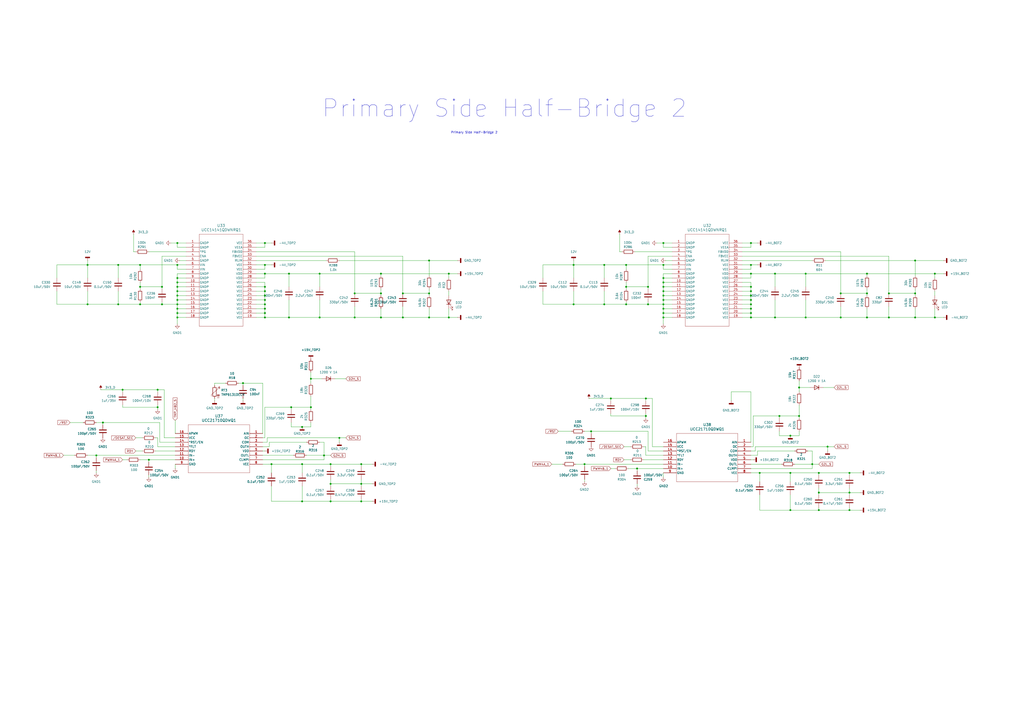
<source format=kicad_sch>
(kicad_sch (version 20231120) (generator "eeschema") (generator_version "8.0")
  (paper "A2")
  (junction (at 153.67 171.45))
  (junction (at 363.22 166.37))
  (junction (at 384.81 161.29))
  (junction (at 363.22 176.53))
  (junction (at 350.52 153.67))
  (junction (at 91.44 226.06))
  (junction (at 435.61 166.37))
  (junction (at 260.35 158.75))
  (junction (at 185.42 184.15))
  (junction (at 220.98 158.75))
  (junction (at 449.58 184.15))
  (junction (at 153.67 140.97))
  (junction (at 209.55 280.67))
  (junction (at 220.98 170.18))
  (junction (at 102.87 173.99))
  (junction (at 81.28 176.53))
  (junction (at 502.92 170.18))
  (junction (at 102.87 179.07))
  (junction (at 187.96 264.16))
  (junction (at 102.87 140.97))
  (junction (at 449.58 158.75))
  (junction (at 492.76 295.91))
  (junction (at 339.09 269.24))
  (junction (at 458.47 252.73))
  (junction (at 384.81 181.61))
  (junction (at 209.55 290.83))
  (junction (at 102.87 181.61))
  (junction (at 50.8 176.53))
  (junction (at 81.28 166.37))
  (junction (at 384.81 153.67))
  (junction (at 93.98 166.37))
  (junction (at 205.74 184.15))
  (junction (at 435.61 179.07))
  (junction (at 157.48 269.24))
  (junction (at 435.61 176.53))
  (junction (at 435.61 184.15))
  (junction (at 542.29 184.15))
  (junction (at 140.97 222.25))
  (junction (at 363.22 153.67))
  (junction (at 384.81 163.83))
  (junction (at 487.68 170.18))
  (junction (at 458.47 295.91))
  (junction (at 384.81 168.91))
  (junction (at 153.67 181.61))
  (junction (at 55.88 264.16))
  (junction (at 91.44 236.22))
  (junction (at 435.61 158.75))
  (junction (at 167.64 184.15))
  (junction (at 480.06 259.08))
  (junction (at 102.87 171.45))
  (junction (at 102.87 161.29))
  (junction (at 384.81 171.45))
  (junction (at 50.8 153.67))
  (junction (at 153.67 176.53))
  (junction (at 374.65 241.3))
  (junction (at 369.57 271.78))
  (junction (at 68.58 176.53))
  (junction (at 102.87 166.37))
  (junction (at 153.67 158.75))
  (junction (at 93.98 176.53))
  (junction (at 375.92 176.53))
  (junction (at 233.68 184.15))
  (junction (at 474.98 274.32))
  (junction (at 515.62 184.15))
  (junction (at 220.98 184.15))
  (junction (at 463.55 224.79))
  (junction (at 102.87 176.53))
  (junction (at 102.87 163.83))
  (junction (at 86.36 266.7))
  (junction (at 332.74 153.67))
  (junction (at 153.67 179.07))
  (junction (at 384.81 166.37))
  (junction (at 81.28 153.67))
  (junction (at 180.34 219.71))
  (junction (at 71.12 226.06))
  (junction (at 530.86 184.15))
  (junction (at 205.74 170.18))
  (junction (at 492.76 274.32))
  (junction (at 463.55 241.3))
  (junction (at 435.61 171.45))
  (junction (at 332.74 176.53))
  (junction (at 467.36 158.75))
  (junction (at 458.47 274.32))
  (junction (at 435.61 173.99))
  (junction (at 384.81 173.99))
  (junction (at 248.92 184.15))
  (junction (at 384.81 184.15))
  (junction (at 102.87 153.67))
  (junction (at 167.64 158.75))
  (junction (at 191.77 290.83))
  (junction (at 180.34 236.22))
  (junction (at 350.52 176.53))
  (junction (at 59.69 245.11))
  (junction (at 209.55 269.24))
  (junction (at 153.67 184.15))
  (junction (at 502.92 184.15))
  (junction (at 487.68 184.15))
  (junction (at 191.77 280.67))
  (junction (at 384.81 176.53))
  (junction (at 492.76 285.75))
  (junction (at 435.61 181.61))
  (junction (at 542.29 158.75))
  (junction (at 435.61 168.91))
  (junction (at 384.81 179.07))
  (junction (at 435.61 140.97))
  (junction (at 384.81 140.97))
  (junction (at 153.67 153.67))
  (junction (at 342.9 250.19))
  (junction (at 248.92 151.13))
  (junction (at 233.68 170.18))
  (junction (at 185.42 158.75))
  (junction (at 102.87 184.15))
  (junction (at 530.86 170.18))
  (junction (at 68.58 153.67))
  (junction (at 248.92 170.18))
  (junction (at 175.26 247.65))
  (junction (at 530.86 151.13))
  (junction (at 471.17 269.24))
  (junction (at 375.92 166.37))
  (junction (at 515.62 170.18))
  (junction (at 260.35 184.15))
  (junction (at 168.91 236.22))
  (junction (at 102.87 168.91))
  (junction (at 153.67 166.37))
  (junction (at 374.65 231.14))
  (junction (at 474.98 285.75))
  (junction (at 196.85 254))
  (junction (at 440.69 274.32))
  (junction (at 467.36 184.15))
  (junction (at 474.98 295.91))
  (junction (at 191.77 269.24))
  (junction (at 175.26 290.83))
  (junction (at 452.12 241.3))
  (junction (at 354.33 231.14))
  (junction (at 435.61 153.67))
  (junction (at 153.67 173.99))
  (junction (at 175.26 269.24))
  (junction (at 153.67 168.91))
  (junction (at 502.92 158.75))
  (wire (pts (xy 389.89 148.59) (xy 375.92 148.59)))
  (wire (pts (xy 323.85 250.19) (xy 331.47 250.19)))
  (wire (pts (xy 435.61 173.99) (xy 435.61 176.53)))
  (wire (pts (xy 148.59 168.91) (xy 153.67 168.91)))
  (wire (pts (xy 384.81 179.07) (xy 384.81 181.61)))
  (wire (pts (xy 102.87 173.99) (xy 102.87 176.53)))
  (wire (pts (xy 157.48 269.24) (xy 157.48 274.32)))
  (wire (pts (xy 153.67 236.22) (xy 168.91 236.22)))
  (wire (pts (xy 93.98 166.37) (xy 81.28 166.37)))
  (wire (pts (xy 389.89 168.91) (xy 384.81 168.91)))
  (wire (pts (xy 487.68 146.05) (xy 487.68 170.18)))
  (wire (pts (xy 148.59 181.61) (xy 153.67 181.61)))
  (wire (pts (xy 435.61 166.37) (xy 435.61 168.91)))
  (wire (pts (xy 107.95 173.99) (xy 102.87 173.99)))
  (wire (pts (xy 107.95 171.45) (xy 102.87 171.45)))
  (wire (pts (xy 153.67 153.67) (xy 157.48 153.67)))
  (wire (pts (xy 530.86 179.07) (xy 530.86 184.15)))
  (wire (pts (xy 386.08 151.13) (xy 389.89 151.13)))
  (wire (pts (xy 384.81 264.16) (xy 374.65 264.16)))
  (wire (pts (xy 430.53 163.83) (xy 435.61 163.83)))
  (wire (pts (xy 502.92 160.02) (xy 502.92 158.75)))
  (wire (pts (xy 389.89 158.75) (xy 384.81 158.75)))
  (wire (pts (xy 502.92 167.64) (xy 502.92 170.18)))
  (wire (pts (xy 40.64 245.11) (xy 48.26 245.11)))
  (wire (pts (xy 339.09 270.51) (xy 339.09 269.24)))
  (wire (pts (xy 209.55 290.83) (xy 209.55 289.56)))
  (wire (pts (xy 68.58 153.67) (xy 68.58 161.29)))
  (wire (pts (xy 430.53 171.45) (xy 435.61 171.45)))
  (wire (pts (xy 474.98 274.32) (xy 474.98 275.59)))
  (wire (pts (xy 389.89 153.67) (xy 384.81 153.67)))
  (wire (pts (xy 77.47 135.89) (xy 77.47 146.05)))
  (wire (pts (xy 102.87 171.45) (xy 102.87 173.99)))
  (wire (pts (xy 467.36 158.75) (xy 502.92 158.75)))
  (wire (pts (xy 175.26 274.32) (xy 175.26 269.24)))
  (wire (pts (xy 180.34 245.11) (xy 180.34 247.65)))
  (wire (pts (xy 153.67 173.99) (xy 153.67 176.53)))
  (wire (pts (xy 375.92 166.37) (xy 363.22 166.37)))
  (wire (pts (xy 458.47 279.4) (xy 458.47 274.32)))
  (wire (pts (xy 452.12 252.73) (xy 458.47 252.73)))
  (wire (pts (xy 435.61 179.07) (xy 435.61 181.61)))
  (wire (pts (xy 248.92 179.07) (xy 248.92 184.15)))
  (wire (pts (xy 314.96 153.67) (xy 314.96 161.29)))
  (wire (pts (xy 314.96 176.53) (xy 332.74 176.53)))
  (wire (pts (xy 440.69 287.02) (xy 440.69 295.91)))
  (wire (pts (xy 438.15 259.08) (xy 480.06 259.08)))
  (wire (pts (xy 71.12 236.22) (xy 91.44 236.22)))
  (wire (pts (xy 458.47 287.02) (xy 458.47 295.91)))
  (wire (pts (xy 185.42 184.15) (xy 205.74 184.15)))
  (wire (pts (xy 196.85 254) (xy 200.66 254)))
  (wire (pts (xy 180.34 219.71) (xy 186.69 219.71)))
  (wire (pts (xy 175.26 281.94) (xy 175.26 290.83)))
  (wire (pts (xy 339.09 278.13) (xy 339.09 279.4)))
  (wire (pts (xy 368.3 146.05) (xy 389.89 146.05)))
  (wire (pts (xy 492.76 274.32) (xy 492.76 275.59)))
  (wire (pts (xy 175.26 247.65) (xy 180.34 247.65)))
  (wire (pts (xy 107.95 179.07) (xy 102.87 179.07)))
  (wire (pts (xy 153.67 184.15) (xy 167.64 184.15)))
  (wire (pts (xy 86.36 266.7) (xy 86.36 267.97)))
  (wire (pts (xy 449.58 158.75) (xy 467.36 158.75)))
  (wire (pts (xy 363.22 175.26) (xy 363.22 176.53)))
  (wire (pts (xy 439.42 264.16) (xy 435.61 264.16)))
  (wire (pts (xy 374.65 241.3) (xy 374.65 242.57)))
  (wire (pts (xy 220.98 179.07) (xy 220.98 184.15)))
  (wire (pts (xy 191.77 280.67) (xy 191.77 281.94)))
  (wire (pts (xy 384.81 140.97) (xy 389.89 140.97)))
  (wire (pts (xy 185.42 173.99) (xy 185.42 184.15)))
  (wire (pts (xy 50.8 168.91) (xy 50.8 176.53)))
  (wire (pts (xy 148.59 179.07) (xy 153.67 179.07)))
  (wire (pts (xy 93.98 167.64) (xy 93.98 166.37)))
  (wire (pts (xy 430.53 173.99) (xy 435.61 173.99)))
  (wire (pts (xy 430.53 153.67) (xy 435.61 153.67)))
  (wire (pts (xy 50.8 153.67) (xy 33.02 153.67)))
  (wire (pts (xy 389.89 173.99) (xy 384.81 173.99)))
  (wire (pts (xy 430.53 146.05) (xy 487.68 146.05)))
  (wire (pts (xy 463.55 242.57) (xy 463.55 241.3)))
  (wire (pts (xy 487.68 184.15) (xy 502.92 184.15)))
  (wire (pts (xy 492.76 285.75) (xy 499.11 285.75)))
  (wire (pts (xy 248.92 167.64) (xy 248.92 170.18)))
  (wire (pts (xy 463.55 224.79) (xy 469.9 224.79)))
  (wire (pts (xy 209.55 280.67) (xy 215.9 280.67)))
  (wire (pts (xy 55.88 264.16) (xy 50.8 264.16)))
  (wire (pts (xy 191.77 269.24) (xy 191.77 270.51)))
  (wire (pts (xy 124.46 231.14) (xy 124.46 232.41)))
  (wire (pts (xy 101.6 256.54) (xy 92.71 256.54)))
  (wire (pts (xy 107.95 166.37) (xy 102.87 166.37)))
  (wire (pts (xy 375.92 261.62) (xy 375.92 250.19)))
  (wire (pts (xy 81.28 166.37) (xy 81.28 167.64)))
  (wire (pts (xy 107.95 143.51) (xy 102.87 143.51)))
  (wire (pts (xy 260.35 158.75) (xy 260.35 161.29)))
  (wire (pts (xy 452.12 250.19) (xy 452.12 252.73)))
  (wire (pts (xy 153.67 179.07) (xy 153.67 181.61)))
  (wire (pts (xy 435.61 143.51) (xy 435.61 140.97)))
  (wire (pts (xy 384.81 163.83) (xy 384.81 166.37)))
  (wire (pts (xy 435.61 153.67) (xy 435.61 156.21)))
  (wire (pts (xy 101.6 254) (xy 95.25 254)))
  (wire (pts (xy 95.25 254) (xy 95.25 226.06)))
  (wire (pts (xy 68.58 153.67) (xy 50.8 153.67)))
  (wire (pts (xy 194.31 219.71) (xy 200.66 219.71)))
  (wire (pts (xy 474.98 285.75) (xy 474.98 287.02)))
  (wire (pts (xy 185.42 158.75) (xy 185.42 166.37)))
  (wire (pts (xy 260.35 168.91) (xy 260.35 171.45)))
  (wire (pts (xy 148.59 173.99) (xy 153.67 173.99)))
  (wire (pts (xy 148.59 176.53) (xy 153.67 176.53)))
  (wire (pts (xy 101.6 266.7) (xy 86.36 266.7)))
  (wire (pts (xy 502.92 158.75) (xy 542.29 158.75)))
  (wire (pts (xy 435.61 184.15) (xy 449.58 184.15)))
  (wire (pts (xy 167.64 158.75) (xy 185.42 158.75)))
  (wire (pts (xy 124.46 222.25) (xy 124.46 223.52)))
  (wire (pts (xy 157.48 290.83) (xy 175.26 290.83)))
  (wire (pts (xy 248.92 151.13) (xy 265.43 151.13)))
  (wire (pts (xy 177.8 264.16) (xy 187.96 264.16)))
  (wire (pts (xy 102.87 166.37) (xy 102.87 168.91)))
  (wire (pts (xy 430.53 158.75) (xy 435.61 158.75)))
  (wire (pts (xy 167.64 173.99) (xy 167.64 184.15)))
  (wire (pts (xy 33.02 168.91) (xy 33.02 176.53)))
  (wire (pts (xy 180.34 237.49) (xy 180.34 236.22)))
  (wire (pts (xy 71.12 226.06) (xy 71.12 227.33)))
  (wire (pts (xy 363.22 153.67) (xy 384.81 153.67)))
  (wire (pts (xy 99.06 140.97) (xy 102.87 140.97)))
  (wire (pts (xy 477.52 224.79) (xy 483.87 224.79)))
  (wire (pts (xy 58.42 226.06) (xy 71.12 226.06)))
  (wire (pts (xy 430.53 179.07) (xy 435.61 179.07)))
  (wire (pts (xy 175.26 269.24) (xy 191.77 269.24)))
  (wire (pts (xy 153.67 168.91) (xy 153.67 171.45)))
  (wire (pts (xy 350.52 176.53) (xy 363.22 176.53)))
  (wire (pts (xy 375.92 175.26) (xy 375.92 176.53)))
  (wire (pts (xy 180.34 229.87) (xy 180.34 236.22)))
  (wire (pts (xy 515.62 184.15) (xy 530.86 184.15)))
  (wire (pts (xy 91.44 259.08) (xy 91.44 254)))
  (wire (pts (xy 153.67 161.29) (xy 153.67 158.75)))
  (wire (pts (xy 449.58 173.99) (xy 449.58 184.15)))
  (wire (pts (xy 320.04 269.24) (xy 326.39 269.24)))
  (wire (pts (xy 153.67 181.61) (xy 153.67 184.15)))
  (wire (pts (xy 378.46 259.08) (xy 378.46 231.14)))
  (wire (pts (xy 153.67 254) (xy 152.4 254)))
  (wire (pts (xy 148.59 140.97) (xy 153.67 140.97)))
  (wire (pts (xy 102.87 181.61) (xy 102.87 184.15)))
  (wire (pts (xy 452.12 242.57) (xy 452.12 241.3)))
  (wire (pts (xy 430.53 166.37) (xy 435.61 166.37)))
  (wire (pts (xy 71.12 234.95) (xy 71.12 236.22)))
  (wire (pts (xy 373.38 259.08) (xy 374.65 259.08)))
  (wire (pts (xy 180.34 215.9) (xy 180.34 219.71)))
  (wire (pts (xy 107.95 168.91) (xy 102.87 168.91)))
  (wire (pts (xy 107.95 181.61) (xy 102.87 181.61)))
  (wire (pts (xy 102.87 176.53) (xy 102.87 179.07)))
  (wire (pts (xy 185.42 256.54) (xy 187.96 256.54)))
  (wire (pts (xy 440.69 274.32) (xy 440.69 279.4)))
  (wire (pts (xy 148.59 184.15) (xy 153.67 184.15)))
  (wire (pts (xy 471.17 269.24) (xy 474.98 269.24)))
  (wire (pts (xy 148.59 156.21) (xy 153.67 156.21)))
  (wire (pts (xy 68.58 176.53) (xy 81.28 176.53)))
  (wire (pts (xy 467.36 158.75) (xy 467.36 166.37)))
  (wire (pts (xy 156.21 256.54) (xy 177.8 256.54)))
  (wire (pts (xy 167.64 158.75) (xy 167.64 166.37)))
  (wire (pts (xy 185.42 158.75) (xy 220.98 158.75)))
  (wire (pts (xy 101.6 259.08) (xy 91.44 259.08)))
  (wire (pts (xy 389.89 143.51) (xy 384.81 143.51)))
  (wire (pts (xy 260.35 158.75) (xy 265.43 158.75)))
  (wire (pts (xy 59.69 245.11) (xy 92.71 245.11)))
  (wire (pts (xy 449.58 184.15) (xy 467.36 184.15)))
  (wire (pts (xy 168.91 247.65) (xy 175.26 247.65)))
  (wire (pts (xy 36.83 264.16) (xy 43.18 264.16)))
  (wire (pts (xy 542.29 158.75) (xy 542.29 161.29)))
  (wire (pts (xy 430.53 181.61) (xy 435.61 181.61)))
  (wire (pts (xy 314.96 168.91) (xy 314.96 176.53)))
  (wire (pts (xy 435.61 168.91) (xy 435.61 171.45)))
  (wire (pts (xy 430.53 148.59) (xy 515.62 148.59)))
  (wire (pts (xy 148.59 163.83) (xy 153.67 163.83)))
  (wire (pts (xy 435.61 256.54) (xy 435.61 227.33)))
  (wire (pts (xy 153.67 158.75) (xy 167.64 158.75)))
  (wire (pts (xy 130.81 222.25) (xy 124.46 222.25)))
  (wire (pts (xy 492.76 285.75) (xy 492.76 287.02)))
  (wire (pts (xy 339.09 269.24) (xy 334.01 269.24)))
  (wire (pts (xy 363.22 163.83) (xy 363.22 166.37)))
  (wire (pts (xy 430.53 176.53) (xy 435.61 176.53)))
  (wire (pts (xy 480.06 259.08) (xy 483.87 259.08)))
  (wire (pts (xy 107.95 158.75) (xy 102.87 158.75)))
  (wire (pts (xy 68.58 168.91) (xy 68.58 176.53)))
  (wire (pts (xy 440.69 295.91) (xy 458.47 295.91)))
  (wire (pts (xy 152.4 251.46) (xy 152.4 222.25)))
  (wire (pts (xy 350.52 168.91) (xy 350.52 176.53)))
  (wire (pts (xy 102.87 163.83) (xy 102.87 166.37)))
  (wire (pts (xy 148.59 143.51) (xy 153.67 143.51)))
  (wire (pts (xy 363.22 176.53) (xy 375.92 176.53)))
  (wire (pts (xy 487.68 170.18) (xy 502.92 170.18)))
  (wire (pts (xy 102.87 184.15) (xy 102.87 187.96)))
  (wire (pts (xy 389.89 156.21) (xy 384.81 156.21)))
  (wire (pts (xy 487.68 177.8) (xy 487.68 184.15)))
  (wire (pts (xy 374.65 241.3) (xy 374.65 240.03)))
  (wire (pts (xy 248.92 184.15) (xy 260.35 184.15)))
  (wire (pts (xy 187.96 264.16) (xy 187.96 266.7)))
  (wire (pts (xy 180.34 236.22) (xy 168.91 236.22)))
  (wire (pts (xy 156.21 259.08) (xy 152.4 259.08)))
  (wire (pts (xy 55.88 273.05) (xy 55.88 274.32)))
  (wire (pts (xy 471.17 261.62) (xy 471.17 269.24)))
  (wire (pts (xy 435.61 266.7) (xy 436.88 266.7)))
  (wire (pts (xy 332.74 153.67) (xy 332.74 161.29)))
  (wire (pts (xy 435.61 274.32) (xy 440.69 274.32)))
  (wire (pts (xy 430.53 161.29) (xy 435.61 161.29)))
  (wire (pts (xy 389.89 163.83) (xy 384.81 163.83)))
  (wire (pts (xy 369.57 271.78) (xy 364.49 271.78)))
  (wire (pts (xy 492.76 295.91) (xy 492.76 294.64)))
  (wire (pts (xy 430.53 151.13) (xy 471.17 151.13)))
  (wire (pts (xy 375.92 148.59) (xy 375.92 166.37)))
  (wire (pts (xy 369.57 280.67) (xy 369.57 281.94)))
  (wire (pts (xy 196.85 254) (xy 196.85 256.54)))
  (wire (pts (xy 215.9 290.83) (xy 209.55 290.83)))
  (wire (pts (xy 91.44 236.22) (xy 91.44 237.49)))
  (wire (pts (xy 233.68 177.8) (xy 233.68 184.15)))
  (wire (pts (xy 86.36 266.7) (xy 81.28 266.7)))
  (wire (pts (xy 463.55 234.95) (xy 463.55 241.3)))
  (wire (pts (xy 187.96 256.54) (xy 187.96 264.16)))
  (wire (pts (xy 440.69 274.32) (xy 458.47 274.32)))
  (wire (pts (xy 93.98 176.53) (xy 102.87 176.53)))
  (wire (pts (xy 180.34 219.71) (xy 180.34 222.25)))
  (wire (pts (xy 530.86 184.15) (xy 542.29 184.15)))
  (wire (pts (xy 140.97 231.14) (xy 140.97 232.41)))
  (wire (pts (xy 471.17 269.24) (xy 471.17 271.78)))
  (wire (pts (xy 384.81 184.15) (xy 384.81 187.96)))
  (wire (pts (xy 86.36 146.05) (xy 107.95 146.05)))
  (wire (pts (xy 191.77 269.24) (xy 209.55 269.24)))
  (wire (pts (xy 102.87 143.51) (xy 102.87 140.97)))
  (wire (pts (xy 191.77 280.67) (xy 209.55 280.67)))
  (wire (pts (xy 435.61 181.61) (xy 435.61 184.15)))
  (wire (pts (xy 530.86 167.64) (xy 530.86 170.18)))
  (wire (pts (xy 363.22 156.21) (xy 363.22 153.67)))
  (wire (pts (xy 384.81 168.91) (xy 384.81 171.45)))
  (wire (pts (xy 384.81 143.51) (xy 384.81 140.97)))
  (wire (pts (xy 167.64 184.15) (xy 185.42 184.15)))
  (wire (pts (xy 478.79 151.13) (xy 530.86 151.13)))
  (wire (pts (xy 153.67 140.97) (xy 157.48 140.97)))
  (wire (pts (xy 107.95 148.59) (xy 93.98 148.59)))
  (wire (pts (xy 424.18 227.33) (xy 424.18 232.41)))
  (wire (pts (xy 438.15 259.08) (xy 438.15 261.62)))
  (wire (pts (xy 341.63 231.14) (xy 354.33 231.14)))
  (wire (pts (xy 102.87 179.07) (xy 102.87 181.61)))
  (wire (pts (xy 209.55 269.24) (xy 215.9 269.24)))
  (wire (pts (xy 435.61 161.29) (xy 435.61 158.75)))
  (wire (pts (xy 260.35 184.15) (xy 265.43 184.15)))
  (wire (pts (xy 148.59 146.05) (xy 205.74 146.05)))
  (wire (pts (xy 220.98 170.18) (xy 220.98 171.45)))
  (wire (pts (xy 50.8 153.67) (xy 50.8 161.29)))
  (wire (pts (xy 384.81 276.86) (xy 384.81 274.32)))
  (wire (pts (xy 389.89 176.53) (xy 384.81 176.53)))
  (wire (pts (xy 389.89 166.37) (xy 384.81 166.37)))
  (wire (pts (xy 157.48 269.24) (xy 175.26 269.24)))
  (wire (pts (xy 381 140.97) (xy 384.81 140.97)))
  (wire (pts (xy 152.4 261.62) (xy 153.67 261.62)))
  (wire (pts (xy 332.74 151.13) (xy 332.74 153.67)))
  (wire (pts (xy 209.55 280.67) (xy 209.55 281.94)))
  (wire (pts (xy 148.59 148.59) (xy 233.68 148.59)))
  (wire (pts (xy 474.98 295.91) (xy 492.76 295.91)))
  (wire (pts (xy 359.41 135.89) (xy 359.41 146.05)))
  (wire (pts (xy 248.92 170.18) (xy 248.92 171.45)))
  (wire (pts (xy 209.55 278.13) (xy 209.55 280.67)))
  (wire (pts (xy 191.77 289.56) (xy 191.77 290.83)))
  (wire (pts (xy 350.52 153.67) (xy 350.52 161.29)))
  (wire (pts (xy 384.81 181.61) (xy 384.81 184.15)))
  (wire (pts (xy 384.81 259.08) (xy 378.46 259.08)))
  (wire (pts (xy 435.61 163.83) (xy 435.61 166.37)))
  (wire (pts (xy 463.55 250.19) (xy 463.55 252.73)))
  (wire (pts (xy 81.28 176.53) (xy 93.98 176.53)))
  (wire (pts (xy 375.92 176.53) (xy 384.81 176.53)))
  (wire (pts (xy 354.33 240.03) (xy 354.33 241.3)))
  (wire (pts (xy 384.81 271.78) (xy 369.57 271.78)))
  (wire (pts (xy 430.53 140.97) (xy 435.61 140.97)))
  (wire (pts (xy 81.28 175.26) (xy 81.28 176.53)))
  (wire (pts (xy 153.67 163.83) (xy 153.67 166.37)))
  (wire (pts (xy 33.02 176.53) (xy 50.8 176.53)))
  (wire (pts (xy 389.89 171.45) (xy 384.81 171.45)))
  (wire (pts (xy 474.98 294.64) (xy 474.98 295.91)))
  (wire (pts (xy 81.28 153.67) (xy 102.87 153.67)))
  (wire (pts (xy 102.87 158.75) (xy 102.87 161.29)))
  (wire (pts (xy 435.61 271.78) (xy 471.17 271.78)))
  (wire (pts (xy 389.89 179.07) (xy 384.81 179.07)))
  (wire (pts (xy 430.53 156.21) (xy 435.61 156.21)))
  (wire (pts (xy 55.88 264.16) (xy 101.6 264.16)))
  (wire (pts (xy 474.98 285.75) (xy 492.76 285.75)))
  (wire (pts (xy 152.4 264.16) (xy 170.18 264.16)))
  (wire (pts (xy 542.29 158.75) (xy 547.37 158.75)))
  (wire (pts (xy 101.6 243.84) (xy 101.6 251.46)))
  (wire (pts (xy 55.88 245.11) (xy 59.69 245.11)))
  (wire (pts (xy 480.06 259.08) (xy 480.06 261.62)))
  (wire (pts (xy 438.15 261.62) (xy 435.61 261.62)))
  (wire (pts (xy 107.95 176.53) (xy 102.87 176.53)))
  (wire (pts (xy 430.53 184.15) (xy 435.61 184.15)))
  (wire (pts (xy 463.55 224.79) (xy 463.55 227.33)))
  (wire (pts (xy 191.77 290.83) (xy 209.55 290.83)))
  (wire (pts (xy 153.67 254) (xy 153.67 236.22)))
  (wire (pts (xy 363.22 166.37) (xy 363.22 167.64)))
  (wire (pts (xy 154.94 254) (xy 154.94 256.54)))
  (wire (pts (xy 435.61 171.45) (xy 435.61 173.99)))
  (wire (pts (xy 90.17 261.62) (xy 101.6 261.62)))
  (wire (pts (xy 435.61 227.33) (xy 424.18 227.33)))
  (wire (pts (xy 157.48 281.94) (xy 157.48 290.83)))
  (wire (pts (xy 220.98 184.15) (xy 233.68 184.15)))
  (wire (pts (xy 153.67 166.37) (xy 153.67 168.91)))
  (wire (pts (xy 153.67 171.45) (xy 153.67 173.99)))
  (wire (pts (xy 436.88 259.08) (xy 435.61 259.08)))
  (wire (pts (xy 436.88 259.08) (xy 436.88 241.3)))
  (wire (pts (xy 499.11 295.91) (xy 492.76 295.91)))
  (wire (pts (xy 148.59 171.45) (xy 153.67 171.45)))
  (wire (pts (xy 374.65 231.14) (xy 354.33 231.14)))
  (wire (pts (xy 389.89 184.15) (xy 384.81 184.15)))
  (wire (pts (xy 233.68 148.59) (xy 233.68 170.18)))
  (wire (pts (xy 101.6 271.78) (xy 101.6 269.24)))
  (wire (pts (xy 339.09 269.24) (xy 384.81 269.24)))
  (wire (pts (xy 373.38 266.7) (xy 384.81 266.7)))
  (wire (pts (xy 233.68 170.18) (xy 248.92 170.18)))
  (wire (pts (xy 153.67 153.67) (xy 153.67 156.21)))
  (wire (pts (xy 354.33 231.14) (xy 354.33 232.41)))
  (wire (pts (xy 342.9 250.19) (xy 342.9 251.46)))
  (wire (pts (xy 205.74 146.05) (xy 205.74 170.18)))
  (wire (pts (xy 205.74 177.8) (xy 205.74 184.15)))
  (wire (pts (xy 435.61 140.97) (xy 439.42 140.97)))
  (wire (pts (xy 463.55 241.3) (xy 452.12 241.3)))
  (wire (pts (xy 33.02 153.67) (xy 33.02 161.29)))
  (wire (pts (xy 384.81 171.45) (xy 384.81 173.99)))
  (wire (pts (xy 86.36 275.59) (xy 86.36 276.86)))
  (wire (pts (xy 152.4 222.25) (xy 140.97 222.25)))
  (wire (pts (xy 107.95 153.67) (xy 102.87 153.67)))
  (wire (pts (xy 92.71 256.54) (xy 92.71 245.11)))
  (wire (pts (xy 439.42 261.62) (xy 439.42 264.16)))
  (wire (pts (xy 102.87 168.91) (xy 102.87 171.45)))
  (wire (pts (xy 458.47 295.91) (xy 474.98 295.91)))
  (wire (pts (xy 148.59 158.75) (xy 153.67 158.75)))
  (wire (pts (xy 430.53 168.91) (xy 435.61 168.91)))
  (wire (pts (xy 436.88 241.3) (xy 452.12 241.3)))
  (wire (pts (xy 359.41 146.05) (xy 360.68 146.05)))
  (wire (pts (xy 90.17 254) (xy 91.44 254)))
  (wire (pts (xy 220.98 158.75) (xy 260.35 158.75)))
  (wire (pts (xy 384.81 158.75) (xy 384.81 161.29)))
  (wire (pts (xy 152.4 269.24) (xy 157.48 269.24)))
  (wire (pts (xy 468.63 261.62) (xy 471.17 261.62)))
  (wire (pts (xy 374.65 232.41) (xy 374.65 231.14)))
  (wire (pts (xy 542.29 168.91) (xy 542.29 171.45)))
  (wire (pts (xy 81.28 156.21) (xy 81.28 153.67)))
  (wire (pts (xy 332.74 176.53) (xy 350.52 176.53)))
  (wire (pts (xy 378.46 231.14) (xy 374.65 231.14)))
  (wire (pts (xy 153.67 176.53) (xy 153.67 179.07)))
  (wire (pts (xy 384.81 161.29) (xy 384.81 163.83)))
  (wire (pts (xy 93.98 175.26) (xy 93.98 176.53)))
  (wire (pts (xy 354.33 241.3) (xy 374.65 241.3)))
  (wire (pts (xy 332.74 153.67) (xy 314.96 153.67)))
  (wire (pts (xy 502.92 170.18) (xy 502.92 171.45)))
  (wire (pts (xy 50.8 151.13) (xy 50.8 153.67)))
  (wire (pts (xy 104.14 151.13) (xy 107.95 151.13)))
  (wire (pts (xy 107.95 163.83) (xy 102.87 163.83)))
  (wire (pts (xy 107.95 161.29) (xy 102.87 161.29)))
  (wire (pts (xy 458.47 274.32) (xy 474.98 274.32)))
  (wire (pts (xy 354.33 271.78) (xy 356.87 271.78)))
  (wire (pts (xy 93.98 148.59) (xy 93.98 166.37)))
  (wire (pts (xy 168.91 237.49) (xy 168.91 236.22)))
  (wire (pts (xy 154.94 254) (xy 196.85 254)))
  (wire (pts (xy 435.61 153.67) (xy 439.42 153.67)))
  (wire (pts (xy 430.53 143.51) (xy 435.61 143.51)))
  (wire (pts (xy 91.44 226.06) (xy 71.12 226.06)))
  (wire (pts (xy 467.36 173.99) (xy 467.36 184.15)))
  (wire (pts (xy 153.67 143.51) (xy 153.67 140.97)))
  (wire (pts (xy 435.61 269.24) (xy 453.39 269.24)))
  (wire (pts (xy 107.95 184.15) (xy 102.87 184.15)))
  (wire (pts (xy 91.44 227.33) (xy 91.44 226.06)))
  (wire (pts (xy 220.98 167.64) (xy 220.98 170.18)))
  (wire (pts (xy 361.95 266.7) (xy 365.76 266.7)))
  (wire (pts (xy 77.47 146.05) (xy 78.74 146.05)))
  (wire (pts (xy 384.81 176.53) (xy 384.81 179.07)))
  (wire (pts (xy 435.61 176.53) (xy 435.61 179.07)))
  (wire (pts (xy 91.44 236.22) (xy 91.44 234.95)))
  (wire (pts (xy 461.01 269.24) (xy 471.17 269.24)))
  (wire (pts (xy 148.59 166.37) (xy 153.67 166.37)))
  (wire (pts (xy 384.81 261.62) (xy 375.92 261.62)))
  (wire (pts (xy 205.74 170.18) (xy 220.98 170.18)))
  (wire (pts (xy 435.61 158.75) (xy 449.58 158.75)))
  (wire (pts (xy 515.62 148.59) (xy 515.62 170.18)))
  (wire (pts (xy 474.98 274.32) (xy 492.76 274.32)))
  (wire (pts (xy 374.65 264.16) (xy 374.65 259.08)))
  (wire (pts (xy 148.59 161.29) (xy 153.67 161.29)))
  (wire (pts (xy 389.89 161.29) (xy 384.81 161.29)))
  (wire (pts (xy 530.86 151.13) (xy 530.86 160.02)))
  (wire (pts (xy 71.12 266.7) (xy 73.66 266.7)))
  (wire (pts (xy 248.92 151.13) (xy 248.92 160.02)))
  (wire (pts (xy 492.76 283.21) (xy 492.76 285.75)))
  (wire (pts (xy 467.36 184.15) (xy 487.68 184.15)))
  (wire (pts (xy 530.86 151.13) (xy 547.37 151.13)))
  (wire (pts (xy 205.74 184.15) (xy 220.98 184.15)))
  (wire (pts (xy 196.85 151.13) (xy 248.92 151.13)))
  (wire (pts (xy 95.25 226.06) (xy 91.44 226.06)))
  (wire (pts (xy 515.62 170.18) (xy 530.86 170.18)))
  (wire (pts (xy 384.81 156.21) (xy 384.81 153.67)))
  (wire (pts (xy 449.58 158.75) (xy 449.58 166.37)))
  (wire (pts (xy 389.89 181.61) (xy 384.81 181.61)))
  (wire (pts (xy 175.26 290.83) (xy 191.77 290.83)))
  (wire (pts (xy 220.98 160.02) (xy 220.98 158.75)))
  (wire (pts (xy 233.68 184.15) (xy 248.92 184.15)))
  (wire (pts (xy 332.74 168.91) (xy 332.74 176.53)))
  (wire (pts (xy 148.59 153.67) (xy 153.67 153.67)))
  (wire (pts (xy 339.09 250.19) (xy 342.9 250.19)))
  (wire (pts (xy 187.96 264.16) (xy 191.77 264.16)))
  (wire (pts (xy 191.77 278.13) (xy 191.77 280.67)))
  (wire (pts (xy 384.81 166.37) (xy 384.81 168.91)))
  (wire (pts (xy 102.87 156.21) (xy 102.87 153.67)))
  (wire (pts (xy 530.86 170.18) (xy 530.86 171.45)))
  (wire (pts (xy 439.42 261.62) (xy 461.01 261.62)))
  (wire (pts (xy 81.28 163.83) (xy 81.28 166.37)))
  (wire (pts (xy 350.52 153.67) (xy 332.74 153.67)))
  (wire (pts (xy 81.28 153.67) (xy 68.58 153.67)))
  (wire (pts (xy 152.4 266.7) (xy 187.96 266.7)))
  (wire (pts (xy 502.92 179.07) (xy 502.92 184.15)))
  (wire (pts (xy 78.74 254) (xy 82.55 254)))
  (wire (pts (xy 148.59 151.13) (xy 189.23 151.13)))
  (wire (pts (xy 515.62 177.8) (xy 515.62 184.15)))
  (wire (pts (xy 542.29 179.07) (xy 542.29 184.15)))
  (wire (pts (xy 542.29 184.15) (xy 547.37 184.15)))
  (wire (pts (xy 363.22 153.67) (xy 350.52 153.67)))
  (wire (pts (xy 209.55 269.24) (xy 209.55 270.51)))
  (wire (pts (xy 384.81 173.99) (xy 384.81 176.53)))
  (wire (pts (xy 107.95 156.21) (xy 102.87 156.21)))
  (wire (pts (xy 361.95 259.08) (xy 365.76 259.08)))
  (wire (pts (xy 458.47 252.73) (xy 463.55 252.73)))
  (wire (pts (xy 168.91 245.11) (xy 168.91 247.65)))
  (wire (pts (xy 156.21 256.54) (xy 156.21 259.08)))
  (wire (pts (xy 50.8 176.53) (xy 68.58 176.53)))
  (wire (pts (xy 369.57 271.78) (xy 369.57 273.05)))
  (wire (pts (xy 102.87 161.29) (xy 102.87 163.83)))
  (wire (pts (xy 502.92 184.15) (xy 515.62 184.15)))
  (wire (pts (xy 138.43 222.25) (xy 140.97 222.25)))
  (wire (pts (xy 102.87 140.97) (xy 107.95 140.97)))
  (wire (pts (xy 78.74 261.62) (xy 82.55 261.62)))
  (wire (pts (xy 463.55 220.98) (xy 463.55 224.79)))
  (wire (pts (xy 342.9 250.19) (xy 375.92 250.19)))
  (wire (pts (xy 260.35 179.07) (xy 260.35 184.15)))
  (wire (pts (xy 154.94 256.54) (xy 152.4 256.54)))
  (wire (pts (xy 474.98 283.21) (xy 474.98 285.75)))
  (wire (pts (xy 140.97 222.25) (xy 140.97 223.52)))
  (wire (pts (xy 375.92 167.64) (xy 375.92 166.37)))
  (wire (pts (xy 55.88 265.43) (xy 55.88 264.16)))
  (wire (pts (xy 59.69 245.11) (xy 59.69 246.38)))
  (wire (pts (xy 492.76 274.32) (xy 499.11 274.32)))
  (text "Primary Side Half-Bridge 2" (at 292.608 62.992 0) (effects (font (size 10 10))))
  (text "Primary Side Half-Bridge 2" (at 275.082 76.962 0) (effects (font (size 1.27 1.27))))
  (global_label "{slash}DESAT_SEC" (shape input) (at 361.95 259.08 180) (property "Intersheetrefs" "${INTERSHEET_REFS}" (effects (hide yes))))
  (global_label "PWM4B_1" (shape input) (at 36.83 264.16 180) (property "Intersheetrefs" "${INTERSHEET_REFS}" (effects (hide yes))))
  (global_label "TMP_HB2_S" (shape input) (at 101.6 243.84 90) (property "Intersheetrefs" "${INTERSHEET_REFS}" (effects (hide yes))))
  (global_label "{slash}DESAT_SEC" (shape input) (at 78.74 254 180) (property "Intersheetrefs" "${INTERSHEET_REFS}" (effects (hide yes))))
  (global_label "G2L_S" (shape input) (at 474.98 269.24 0) (property "Intersheetrefs" "${INTERSHEET_REFS}" (effects (hide yes))))
  (global_label "PWM4B_1" (shape input) (at 354.33 271.78 180) (property "Intersheetrefs" "${INTERSHEET_REFS}" (effects (hide yes))))
  (global_label "S2H_S" (shape input) (at 200.66 254 0) (property "Intersheetrefs" "${INTERSHEET_REFS}" (effects (hide yes))))
  (global_label "PWM4A_1" (shape input) (at 320.04 269.24 180) (property "Intersheetrefs" "${INTERSHEET_REFS}" (effects (hide yes))))
  (global_label "{slash}RST" (shape input) (at 323.85 250.19 180) (property "Intersheetrefs" "${INTERSHEET_REFS}" (effects (hide yes))))
  (global_label "RDY" (shape input) (at 78.74 261.62 180) (property "Intersheetrefs" "${INTERSHEET_REFS}" (effects (hide yes))))
  (global_label "PWM4A_1" (shape input) (at 71.12 266.7 180) (property "Intersheetrefs" "${INTERSHEET_REFS}" (effects (hide yes))))
  (global_label "D2L_S" (shape input) (at 483.87 224.79 0) (property "Intersheetrefs" "${INTERSHEET_REFS}" (effects (hide yes))))
  (global_label "S2L_S" (shape input) (at 483.87 259.08 0) (property "Intersheetrefs" "${INTERSHEET_REFS}" (effects (hide yes))))
  (global_label "RDY" (shape input) (at 361.95 266.7 180) (property "Intersheetrefs" "${INTERSHEET_REFS}" (effects (hide yes))))
  (global_label "G2H_S" (shape input) (at 191.77 264.16 0) (property "Intersheetrefs" "${INTERSHEET_REFS}" (effects (hide yes))))
  (global_label "{slash}RST" (shape input) (at 40.64 245.11 180) (property "Intersheetrefs" "${INTERSHEET_REFS}" (effects (hide yes))))
  (global_label "D2H_S" (shape input) (at 200.66 219.71 0) (property "Intersheetrefs" "${INTERSHEET_REFS}" (effects (hide yes))))
  (symbol (lib_id "Device:C") (at 492.76 279.4 0) (mirror x) (unit 1)
    (property "Reference" "C290" (at 488.95 278.1299 0) (effects (justify right)))
    (property "Value" "3.3uF/50V" (at 488.95 280.6699 0) (effects (justify right)))
    (property "Footprint" "Capacitor_SMD:C_1206_3216Metric" (effects (hide yes)))
    (property "Description" "Unpolarized capacitor" (effects (hide yes)))
    (instances (project "DAB_Pablo" (path "" (reference "C251") (unit 1)) (path "" (reference "C290") (unit 1))))
  )
  (symbol (lib_id "power:-3V3") (at 58.42 226.06 0) (unit 1)
    (property "Reference" "#PWR0162" (effects (hide yes)))
    (property "Value" "3V3_D" (at 60.96 224.7899 0) (effects (justify left)))
    (property "Description" "Power symbol creates a global label with name \"-3V3\"" (effects (hide yes)))
    (instances (project "DAB_Pablo" (path "" (reference "#PWR052") (unit 1)) (path "" (reference "#PWR0162") (unit 1))))
  )
  (symbol (lib_id "Device:R") (at 220.98 163.83 0) (mirror x) (unit 1)
    (property "Reference" "R331" (at 218.186 164.084 90))
    (property "Value" "107k" (at 215.646 164.084 90))
    (property "Footprint" "Resistor_SMD:R_0201_0603Metric" (effects (hide yes)))
    (property "Description" "Resistor" (effects (hide yes)))
    (instances (project "DAB_Pablo" (path "" (reference "R293") (unit 1)) (path "" (reference "R331") (unit 1))))
  )
  (symbol (lib_id "Device:R") (at 463.55 246.38 0) (mirror x) (unit 1)
    (property "Reference" "R378" (at 460.756 246.634 90))
    (property "Value" "2k" (at 458.216 246.634 90))
    (property "Footprint" "Resistor_SMD:R_0201_0603Metric" (effects (hide yes)))
    (property "Description" "Resistor" (effects (hide yes)))
    (instances (project "DAB_Pablo" (path "" (reference "R326") (unit 1)) (path "" (reference "R378") (unit 1))))
  )
  (symbol (lib_id "Device:D") (at 473.71 224.79 180) (unit 1)
    (property "Reference" "D27" (at 473.71 218.44 0))
    (property "Value" "1200 V 1A" (at 473.71 220.98 0))
    (property "Footprint" "Diode_SMD:D_SMA" (effects (hide yes)))
    (property "Description" "Diode" (effects (hide yes)))
    (property "Sim.Device" "D" (effects (hide yes)))
    (property "Sim.Pins" "1=K 2=A" (effects (hide yes)))
    (instances (project "DAB_Pablo" (path "" (reference "D22") (unit 1)) (path "" (reference "D27") (unit 1))))
  )
  (symbol (lib_id "Device:C") (at 369.57 276.86 0) (mirror x) (unit 1)
    (property "Reference" "C299" (at 373.38 278.1301 0) (effects (justify left)))
    (property "Value" "100pF/50V" (at 373.38 275.5901 0) (effects (justify left)))
    (property "Footprint" "Capacitor_SMD:C_0201_0603Metric" (effects (hide yes)))
    (property "Description" "Unpolarized capacitor" (effects (hide yes)))
    (instances (project "DAB_Pablo" (path "" (reference "C259") (unit 1)) (path "" (reference "C299") (unit 1))))
  )
  (symbol (lib_id "Device:C") (at 33.02 165.1 0) (mirror x) (unit 1)
    (property "Reference" "C332" (at 29.21 163.8299 0) (effects (justify right)))
    (property "Value" "10uF/50V" (at 29.21 166.3699 0) (effects (justify right)))
    (property "Footprint" "Capacitor_SMD:C_1206_3216Metric" (effects (hide yes)))
    (property "Description" "Unpolarized capacitor" (effects (hide yes)))
    (instances (project "DAB_Pablo" (path "" (reference "C330") (unit 1)) (path "" (reference "C332") (unit 1))))
  )
  (symbol (lib_id "power:GNDD") (at 480.06 261.62 0) (unit 1)
    (property "Reference" "#PWR0205" (effects (hide yes)))
    (property "Value" "GND_BOT2" (at 480.06 265.43 0))
    (property "Description" "Power symbol creates a global label with name \"GNDD\" , digital ground" (effects (hide yes)))
    (instances (project "DAB_Pablo" (path "" (reference "#PWR092") (unit 1)) (path "" (reference "#PWR0205") (unit 1))))
  )
  (symbol (lib_id "Device:C") (at 71.12 231.14 0) (mirror x) (unit 1)
    (property "Reference" "C306" (at 67.31 229.8699 0) (effects (justify right)))
    (property "Value" "1uF/35V" (at 67.31 232.4099 0) (effects (justify right)))
    (property "Footprint" "Capacitor_SMD:C_0201_0603Metric" (effects (hide yes)))
    (property "Description" "Unpolarized capacitor" (effects (hide yes)))
    (instances (project "DAB_Pablo" (path "" (reference "C266") (unit 1)) (path "" (reference "C306") (unit 1))))
  )
  (symbol (lib_id "Device:R") (at 530.86 163.83 0) (mirror x) (unit 1)
    (property "Reference" "R347" (at 528.066 164.084 90))
    (property "Value" "30k" (at 525.526 164.084 90))
    (property "Footprint" "Resistor_SMD:R_0201_0603Metric" (effects (hide yes)))
    (property "Description" "Resistor" (effects (hide yes)))
    (instances (project "DAB_Pablo" (path "" (reference "R290") (unit 1)) (path "" (reference "R347") (unit 1))))
  )
  (symbol (lib_id "power:GNDD") (at 458.47 252.73 0) (unit 1)
    (property "Reference" "#PWR0203" (effects (hide yes)))
    (property "Value" "GND_BOT2" (at 458.47 256.54 0))
    (property "Description" "Power symbol creates a global label with name \"GNDD\" , digital ground" (effects (hide yes)))
    (instances (project "DAB_Pablo" (path "" (reference "#PWR090") (unit 1)) (path "" (reference "#PWR0203") (unit 1))))
  )
  (symbol (lib_id "power:GND1") (at 369.57 281.94 0) (mirror y) (unit 1)
    (property "Reference" "#PWR0190" (effects (hide yes)))
    (property "Value" "GND2" (at 366.776 286.512 0) (effects (justify right)))
    (property "Description" "Power symbol creates a global label with name \"GND1\" , ground" (effects (hide yes)))
    (instances (project "DAB_Pablo" (path "" (reference "#PWR080") (unit 1)) (path "" (reference "#PWR0190") (unit 1))))
  )
  (symbol (lib_id "power:GNDD") (at 180.34 208.28 180) (unit 1)
    (property "Reference" "#PWR0177" (effects (hide yes)))
    (property "Value" "+15V_TOP2" (at 180.34 202.946 0))
    (property "Description" "Power symbol creates a global label with name \"GNDD\" , digital ground" (effects (hide yes)))
    (instances (project "DAB_Pablo" (path "" (reference "#PWR067") (unit 1)) (path "" (reference "#PWR0177") (unit 1))))
  )
  (symbol (lib_id "power:GNDD") (at 439.42 153.67 90) (unit 1)
    (property "Reference" "#PWR0199" (effects (hide yes)))
    (property "Value" "-4V_BOT2" (at 443.738 153.67 90) (effects (justify right)))
    (property "Description" "Power symbol creates a global label with name \"GNDD\" , digital ground" (effects (hide yes)))
    (instances (project "DAB_Pablo" (path "" (reference "#PWR089") (unit 1)) (path "" (reference "#PWR0199") (unit 1))))
  )
  (symbol (lib_id "Device:C") (at 91.44 231.14 0) (mirror x) (unit 1)
    (property "Reference" "C307" (at 87.63 229.8699 0) (effects (justify right)))
    (property "Value" "100nF/10V" (at 87.63 232.4099 0) (effects (justify right)))
    (property "Footprint" "Capacitor_SMD:C_0201_0603Metric" (effects (hide yes)))
    (property "Description" "Unpolarized capacitor" (effects (hide yes)))
    (instances (project "DAB_Pablo" (path "" (reference "C268") (unit 1)) (path "" (reference "C307") (unit 1))))
  )
  (symbol (lib_id "power:GNDD") (at 499.11 274.32 90) (unit 1)
    (property "Reference" "#PWR0209" (effects (hide yes)))
    (property "Value" "-4V_BOT2" (at 503.428 274.32 90) (effects (justify right)))
    (property "Description" "Power symbol creates a global label with name \"GNDD\" , digital ground" (effects (hide yes)))
    (instances (project "DAB_Pablo" (path "" (reference "#PWR093") (unit 1)) (path "" (reference "#PWR0209") (unit 1))))
  )
  (symbol (lib_id "power:GNDD") (at 175.26 247.65 0) (unit 1)
    (property "Reference" "#PWR0176" (effects (hide yes)))
    (property "Value" "GND_TOP2" (at 175.26 251.46 0))
    (property "Description" "Power symbol creates a global label with name \"GNDD\" , digital ground" (effects (hide yes)))
    (instances (project "DAB_Pablo" (path "" (reference "#PWR066") (unit 1)) (path "" (reference "#PWR0176") (unit 1))))
  )
  (symbol (lib_id "Device:C") (at 50.8 165.1 0) (mirror x) (unit 1)
    (property "Reference" "C275" (at 46.99 163.8299 0) (effects (justify right)))
    (property "Value" "10uF/50V" (at 46.99 166.3699 0) (effects (justify right)))
    (property "Footprint" "Capacitor_SMD:C_1206_3216Metric" (effects (hide yes)))
    (property "Description" "Unpolarized capacitor" (effects (hide yes)))
    (instances (project "DAB_Pablo" (path "" (reference "C149") (unit 1)) (path "" (reference "C275") (unit 1))))
  )
  (symbol (lib_id "power:GNDD") (at 50.8 151.13 180) (unit 1)
    (property "Reference" "#PWR0160" (effects (hide yes)))
    (property "Value" "12V" (at 50.8 146.05 0))
    (property "Description" "Power symbol creates a global label with name \"GNDD\" , digital ground" (effects (hide yes)))
    (instances (project "DAB_Pablo" (path "" (reference "#PWR050") (unit 1)) (path "" (reference "#PWR0160") (unit 1))))
  )
  (symbol (lib_id "Device:C") (at 440.69 283.21 0) (mirror x) (unit 1)
    (property "Reference" "C294" (at 436.88 281.9399 0) (effects (justify right)))
    (property "Value" "0.1uF/50V" (at 436.88 284.4799 0) (effects (justify right)))
    (property "Footprint" "Capacitor_SMD:C_1206_3216Metric" (effects (hide yes)))
    (property "Description" "Unpolarized capacitor" (effects (hide yes)))
    (instances (project "DAB_Pablo" (path "" (reference "C255") (unit 1)) (path "" (reference "C294") (unit 1))))
  )
  (symbol (lib_id "Device:R") (at 542.29 165.1 0) (mirror x) (unit 1)
    (property "Reference" "R34" (at 539.496 165.354 90))
    (property "Value" "10k" (at 536.956 165.354 90))
    (property "Footprint" "Resistor_SMD:R_0201_0603Metric" (effects (hide yes)))
    (property "Description" "Resistor" (effects (hide yes)))
    (instances (project "DAB_Pablo" (path "" (reference "R31") (unit 1)) (path "" (reference "R34") (unit 1))))
  )
  (symbol (lib_id "Device:R") (at 193.04 151.13 270) (mirror x) (unit 1)
    (property "Reference" "R328" (at 193.294 153.924 90))
    (property "Value" "1.0k" (at 193.294 156.464 90))
    (property "Footprint" "Resistor_SMD:R_0201_0603Metric" (effects (hide yes)))
    (property "Description" "Resistor" (effects (hide yes)))
    (instances (project "DAB_Pablo" (path "" (reference "R288") (unit 1)) (path "" (reference "R328") (unit 1))))
  )
  (symbol (lib_id "Device:R") (at 86.36 254 90) (mirror x) (unit 1)
    (property "Reference" "R263" (at 86.106 251.206 90))
    (property "Value" "0" (at 86.106 248.666 90))
    (property "Footprint" "Resistor_SMD:R_0201_0603Metric" (effects (hide yes)))
    (property "Description" "Resistor" (effects (hide yes)))
    (instances (project "DAB_Pablo" (path "" (reference "R212") (unit 1)) (path "" (reference "R263") (unit 1))))
  )
  (symbol (lib_id "power:GND1") (at 342.9 259.08 0) (mirror y) (unit 1)
    (property "Reference" "#PWR0188" (effects (hide yes)))
    (property "Value" "GND1" (at 342.9 264.16 0))
    (property "Description" "Power symbol creates a global label with name \"GND1\" , ground" (effects (hide yes)))
    (instances (project "DAB_Pablo" (path "" (reference "#PWR078") (unit 1)) (path "" (reference "#PWR0188") (unit 1))))
  )
  (symbol (lib_id "Device:R") (at 260.35 165.1 0) (mirror x) (unit 1)
    (property "Reference" "R35" (at 257.556 165.354 90))
    (property "Value" "10k" (at 255.016 165.354 90))
    (property "Footprint" "Resistor_SMD:R_0201_0603Metric" (effects (hide yes)))
    (property "Description" "Resistor" (effects (hide yes)))
    (instances (project "DAB_Pablo" (path "" (reference "R32") (unit 1)) (path "" (reference "R35") (unit 1))))
  )
  (symbol (lib_id "power:GND1") (at 384.81 276.86 0) (mirror y) (unit 1)
    (property "Reference" "#PWR0194" (effects (hide yes)))
    (property "Value" "GND2" (at 382.27 281.94 0) (effects (justify right)))
    (property "Description" "Power symbol creates a global label with name \"GND1\" , ground" (effects (hide yes)))
    (instances (project "DAB_Pablo" (path "" (reference "#PWR084") (unit 1)) (path "" (reference "#PWR0194") (unit 1))))
  )
  (symbol (lib_id "Device:C") (at 191.77 285.75 0) (mirror x) (unit 1)
    (property "Reference" "C296" (at 187.96 284.4799 0) (effects (justify right)))
    (property "Value" "0.1uF/50V" (at 187.96 287.0199 0) (effects (justify right)))
    (property "Footprint" "Capacitor_SMD:C_1206_3216Metric" (effects (hide yes)))
    (property "Description" "Unpolarized capacitor" (effects (hide yes)))
    (instances (project "DAB_Pablo" (path "" (reference "C257") (unit 1)) (path "" (reference "C296") (unit 1))))
  )
  (symbol (lib_id "power:GNDD") (at 332.74 151.13 180) (unit 1)
    (property "Reference" "#PWR0185" (effects (hide yes)))
    (property "Value" "12V" (at 332.74 146.05 0))
    (property "Description" "Power symbol creates a global label with name \"GNDD\" , digital ground" (effects (hide yes)))
    (instances (project "DAB_Pablo" (path "" (reference "#PWR075") (unit 1)) (path "" (reference "#PWR0185") (unit 1))))
  )
  (symbol (lib_id "power:GNDD") (at 424.18 232.41 0) (unit 1)
    (property "Reference" "#PWR0196" (effects (hide yes)))
    (property "Value" "GND_BOT2" (at 419.1 237.998 0) (effects (justify left)))
    (property "Description" "Power symbol creates a global label with name \"GNDD\" , digital ground" (effects (hide yes)))
    (instances (project "DAB_Pablo" (path "" (reference "#PWR086") (unit 1)) (path "" (reference "#PWR0196") (unit 1))))
  )
  (symbol (lib_id "power:GND1") (at 104.14 151.13 270) (mirror x) (unit 1)
    (property "Reference" "#PWR0170" (effects (hide yes)))
    (property "Value" "GND1" (at 100.33 151.1299 90) (effects (justify right)))
    (property "Description" "Power symbol creates a global label with name \"GND1\" , ground" (effects (hide yes)))
    (instances (project "DAB_Pablo" (path "" (reference "#PWR060") (unit 1)) (path "" (reference "#PWR0170") (unit 1))))
  )
  (symbol (lib_id "power:GNDD") (at 124.46 232.41 0) (mirror y) (unit 1)
    (property "Reference" "#PWR0171" (effects (hide yes)))
    (property "Value" "GND_TOP2" (at 119.634 236.728 0) (effects (justify right)))
    (property "Description" "Power symbol creates a global label with name \"GNDD\" , digital ground" (effects (hide yes)))
    (instances (project "DAB_Pablo" (path "" (reference "#PWR061") (unit 1)) (path "" (reference "#PWR0171") (unit 1))))
  )
  (symbol (lib_id "Device:C") (at 209.55 285.75 0) (mirror x) (unit 1)
    (property "Reference" "C297" (at 205.74 284.4799 0) (effects (justify right)))
    (property "Value" "0.47uF/50V" (at 205.74 287.0199 0) (effects (justify right)))
    (property "Footprint" "Capacitor_SMD:C_1206_3216Metric" (effects (hide yes)))
    (property "Description" "Unpolarized capacitor" (effects (hide yes)))
    (instances (project "DAB_Pablo" (path "" (reference "C258") (unit 1)) (path "" (reference "C297") (unit 1))))
  )
  (symbol (lib_id "power:GND1") (at 374.65 242.57 0) (mirror y) (unit 1)
    (property "Reference" "#PWR0191" (effects (hide yes)))
    (property "Value" "GND1" (at 374.65 247.65 0))
    (property "Description" "Power symbol creates a global label with name \"GND1\" , ground" (effects (hide yes)))
    (instances (project "DAB_Pablo" (path "" (reference "#PWR081") (unit 1)) (path "" (reference "#PWR0191") (unit 1))))
  )
  (symbol (lib_id "Device:C") (at 474.98 290.83 0) (mirror x) (unit 1)
    (property "Reference" "C300" (at 471.17 289.5599 0) (effects (justify right)))
    (property "Value" "0.1uF/50V" (at 471.17 292.0999 0) (effects (justify right)))
    (property "Footprint" "Capacitor_SMD:C_1206_3216Metric" (effects (hide yes)))
    (property "Description" "Unpolarized capacitor" (effects (hide yes)))
    (instances (project "DAB_Pablo" (path "" (reference "C260") (unit 1)) (path "" (reference "C300") (unit 1))))
  )
  (symbol (lib_id "Device:R") (at 463.55 217.17 0) (mirror x) (unit 1)
    (property "Reference" "R369" (at 460.756 217.424 90))
    (property "Value" "15k" (at 458.216 217.424 90))
    (property "Footprint" "Resistor_SMD:R_0201_0603Metric" (effects (hide yes)))
    (property "Description" "Resistor" (effects (hide yes)))
    (instances (project "DAB_Pablo" (path "" (reference "R317") (unit 1)) (path "" (reference "R369") (unit 1))))
  )
  (symbol (lib_id "Device:C") (at 59.69 250.19 0) (mirror x) (unit 1)
    (property "Reference" "C305" (at 55.88 248.9199 0) (effects (justify right)))
    (property "Value" "100pF/50V" (at 55.88 251.4599 0) (effects (justify right)))
    (property "Footprint" "Capacitor_SMD:C_0201_0603Metric" (effects (hide yes)))
    (property "Description" "Unpolarized capacitor" (effects (hide yes)))
    (instances (project "DAB_Pablo" (path "" (reference "C265") (unit 1)) (path "" (reference "C305") (unit 1))))
  )
  (symbol (lib_id "Device:C") (at 68.58 165.1 0) (mirror x) (unit 1)
    (property "Reference" "C276" (at 64.77 163.8299 0) (effects (justify right)))
    (property "Value" "0.1uF/50V" (at 64.77 166.3699 0) (effects (justify right)))
    (property "Footprint" "Capacitor_SMD:C_0201_0603Metric" (effects (hide yes)))
    (property "Description" "Unpolarized capacitor" (effects (hide yes)))
    (instances (project "DAB_Pablo" (path "" (reference "C150") (unit 1)) (path "" (reference "C276") (unit 1))))
  )
  (symbol (lib_id "Device:R") (at 530.86 175.26 0) (mirror x) (unit 1)
    (property "Reference" "R351" (at 528.066 175.514 90))
    (property "Value" "49.9k" (at 525.526 175.514 90))
    (property "Footprint" "Resistor_SMD:R_0201_0603Metric" (effects (hide yes)))
    (property "Description" "Resistor" (effects (hide yes)))
    (instances (project "DAB_Pablo" (path "" (reference "R299") (unit 1)) (path "" (reference "R351") (unit 1))))
  )
  (symbol (lib_id "Device:R") (at 457.2 269.24 90) (mirror x) (unit 1)
    (property "Reference" "R370" (at 457.2 266.954 90))
    (property "Value" "2" (at 457.2 264.414 90))
    (property "Footprint" "Resistor_SMD:R_1206_3216Metric" (effects (hide yes)))
    (property "Description" "Resistor" (effects (hide yes)))
    (instances (project "DAB_Pablo" (path "" (reference "R318") (unit 1)) (path "" (reference "R370") (unit 1))))
  )
  (symbol (lib_id "Device:C") (at 342.9 255.27 0) (mirror x) (unit 1)
    (property "Reference" "C309" (at 339.09 253.9999 0) (effects (justify right)))
    (property "Value" "100pF/50V" (at 339.09 256.5399 0) (effects (justify right)))
    (property "Footprint" "Capacitor_SMD:C_0201_0603Metric" (effects (hide yes)))
    (property "Description" "Unpolarized capacitor" (effects (hide yes)))
    (instances (project "DAB_Pablo" (path "" (reference "C270") (unit 1)) (path "" (reference "C309") (unit 1))))
  )
  (symbol (lib_id "Device:R") (at 81.28 160.02 0) (mirror x) (unit 1)
    (property "Reference" "R330" (at 78.486 160.274 90))
    (property "Value" "10k" (at 75.946 160.274 90))
    (property "Footprint" "Resistor_SMD:R_0201_0603Metric" (effects (hide yes)))
    (property "Description" "Resistor" (effects (hide yes)))
    (instances (project "DAB_Pablo" (path "" (reference "R292") (unit 1)) (path "" (reference "R330") (unit 1))))
  )
  (symbol (lib_id "Device:R") (at 335.28 250.19 90) (mirror x) (unit 1)
    (property "Reference" "R376" (at 335.28 247.142 90))
    (property "Value" "100" (at 335.28 244.602 90))
    (property "Footprint" "Resistor_SMD:R_0201_0603Metric" (effects (hide yes)))
    (property "Description" "Resistor" (effects (hide yes)))
    (instances (project "DAB_Pablo" (path "" (reference "R324") (unit 1)) (path "" (reference "R376") (unit 1))))
  )
  (symbol (lib_id "Device:C") (at 374.65 236.22 0) (mirror x) (unit 1)
    (property "Reference" "C311" (at 370.84 234.9499 0) (effects (justify right)))
    (property "Value" "100nF/10V" (at 370.84 237.4899 0) (effects (justify right)))
    (property "Footprint" "Capacitor_SMD:C_0201_0603Metric" (effects (hide yes)))
    (property "Description" "Unpolarized capacitor" (effects (hide yes)))
    (instances (project "DAB_Pablo" (path "" (reference "C298") (unit 1)) (path "" (reference "C311") (unit 1))))
  )
  (symbol (lib_id "Device:C") (at 339.09 274.32 0) (mirror x) (unit 1)
    (property "Reference" "C304" (at 335.28 273.0499 0) (effects (justify right)))
    (property "Value" "100pF/50V" (at 335.28 275.5899 0) (effects (justify right)))
    (property "Footprint" "Capacitor_SMD:C_0201_0603Metric" (effects (hide yes)))
    (property "Description" "Unpolarized capacitor" (effects (hide yes)))
    (instances (project "DAB_Pablo" (path "" (reference "C264") (unit 1)) (path "" (reference "C304") (unit 1))))
  )
  (symbol (lib_id "power:-3V3") (at 359.41 135.89 0) (unit 1)
    (property "Reference" "#PWR0189" (effects (hide yes)))
    (property "Value" "3V3_D" (at 361.95 134.6199 0) (effects (justify left)))
    (property "Description" "Power symbol creates a global label with name \"-3V3\"" (effects (hide yes)))
    (instances (project "DAB_Pablo" (path "" (reference "#PWR079") (unit 1)) (path "" (reference "#PWR0189") (unit 1))))
  )
  (symbol (lib_id "Device:C") (at 375.92 171.45 0) (mirror x) (unit 1)
    (property "Reference" "C282" (at 372.11 170.1799 0) (effects (justify right)))
    (property "Value" "100nF" (at 372.11 172.7199 0) (effects (justify right)))
    (property "Footprint" "Capacitor_SMD:C_0201_0603Metric" (effects (hide yes)))
    (property "Description" "Unpolarized capacitor" (effects (hide yes)))
    (instances (project "DAB_Pablo" (path "" (reference "C232") (unit 1)) (path "" (reference "C282") (unit 1))))
  )
  (symbol (lib_id "Device:R") (at 364.49 146.05 90) (mirror x) (unit 1)
    (property "Reference" "R344" (at 364.236 143.256 90))
    (property "Value" "100k" (at 364.236 140.716 90))
    (property "Footprint" "Resistor_SMD:R_0201_0603Metric" (effects (hide yes)))
    (property "Description" "Resistor" (effects (hide yes)))
    (instances (project "DAB_Pablo" (path "" (reference "R286") (unit 1)) (path "" (reference "R344") (unit 1))))
  )
  (symbol (lib_id "Device:C") (at 167.64 170.18 0) (mirror x) (unit 1)
    (property "Reference" "C280" (at 163.83 168.9099 0) (effects (justify right)))
    (property "Value" "100nF/50V" (at 163.83 171.4499 0) (effects (justify right)))
    (property "Footprint" "Capacitor_SMD:C_0201_0603Metric" (effects (hide yes)))
    (property "Description" "Unpolarized capacitor" (effects (hide yes)))
    (instances (project "DAB_Pablo" (path "" (reference "C246") (unit 1)) (path "" (reference "C280") (unit 1))))
  )
  (symbol (lib_id "Device:C") (at 185.42 170.18 0) (mirror x) (unit 1)
    (property "Reference" "C281" (at 181.61 168.9099 0) (effects (justify right)))
    (property "Value" "2.2uF/50V" (at 181.61 171.4499 0) (effects (justify right)))
    (property "Footprint" "Capacitor_SMD:C_1206_3216Metric" (effects (hide yes)))
    (property "Description" "Unpolarized capacitor" (effects (hide yes)))
    (instances (project "DAB_Pablo" (path "" (reference "C247") (unit 1)) (path "" (reference "C281") (unit 1))))
  )
  (symbol (lib_id "power:GNDD") (at 547.37 184.15 90) (unit 1)
    (property "Reference" "#PWR0214" (effects (hide yes)))
    (property "Value" "-4V_BOT2" (at 551.688 184.15 90) (effects (justify right)))
    (property "Description" "Power symbol creates a global label with name \"GNDD\" , digital ground" (effects (hide yes)))
    (instances (project "DAB_Pablo" (path "" (reference "#PWR098") (unit 1)) (path "" (reference "#PWR0214") (unit 1))))
  )
  (symbol (lib_id "Device:C") (at 157.48 278.13 0) (mirror x) (unit 1)
    (property "Reference" "C291" (at 153.67 276.8599 0) (effects (justify right)))
    (property "Value" "0.1uF/50V" (at 153.67 279.3999 0) (effects (justify right)))
    (property "Footprint" "Capacitor_SMD:C_1206_3216Metric" (effects (hide yes)))
    (property "Description" "Unpolarized capacitor" (effects (hide yes)))
    (instances (project "DAB_Pablo" (path "" (reference "C252") (unit 1)) (path "" (reference "C291") (unit 1))))
  )
  (symbol (lib_id "Device:C") (at 86.36 271.78 0) (mirror x) (unit 1)
    (property "Reference" "C293" (at 94.742 273.05 0) (effects (justify right)))
    (property "Value" "100pF/50V" (at 97.79 275.59 0) (effects (justify right)))
    (property "Footprint" "Capacitor_SMD:C_0201_0603Metric" (effects (hide yes)))
    (property "Description" "Unpolarized capacitor" (effects (hide yes)))
    (instances (project "DAB_Pablo" (path "" (reference "C254") (unit 1)) (path "" (reference "C293") (unit 1))))
  )
  (symbol (lib_id "power:GND1") (at 101.6 271.78 0) (mirror y) (unit 1)
    (property "Reference" "#PWR0168" (effects (hide yes)))
    (property "Value" "GND1" (at 101.6 276.86 0))
    (property "Description" "Power symbol creates a global label with name \"GND1\" , ground" (effects (hide yes)))
    (instances (project "DAB_Pablo" (path "" (reference "#PWR058") (unit 1)) (path "" (reference "#PWR0168") (unit 1))))
  )
  (symbol (lib_id "power:GND1") (at 91.44 237.49 0) (mirror y) (unit 1)
    (property "Reference" "#PWR0166" (effects (hide yes)))
    (property "Value" "GND1" (at 91.44 242.57 0))
    (property "Description" "Power symbol creates a global label with name \"GND1\" , ground" (effects (hide yes)))
    (instances (project "DAB_Pablo" (path "" (reference "#PWR056") (unit 1)) (path "" (reference "#PWR0166") (unit 1))))
  )
  (symbol (lib_id "power:GNDD") (at 463.55 213.36 180) (unit 1)
    (property "Reference" "#PWR0204" (effects (hide yes)))
    (property "Value" "+15V_BOT2" (at 463.55 208.026 0))
    (property "Description" "Power symbol creates a global label with name \"GNDD\" , digital ground" (effects (hide yes)))
    (instances (project "DAB_Pablo" (path "" (reference "#PWR091") (unit 1)) (path "" (reference "#PWR0204") (unit 1))))
  )
  (symbol (lib_id "power:GND1") (at 102.87 187.96 0) (mirror y) (unit 1)
    (property "Reference" "#PWR0169" (effects (hide yes)))
    (property "Value" "GND1" (at 102.87 193.04 0))
    (property "Description" "Power symbol creates a global label with name \"GND1\" , ground" (effects (hide yes)))
    (instances (project "DAB_Pablo" (path "" (reference "#PWR059") (unit 1)) (path "" (reference "#PWR0169") (unit 1))))
  )
  (symbol (lib_id "Device:C") (at 452.12 246.38 0) (mirror x) (unit 1)
    (property "Reference" "C312" (at 448.31 245.1099 0) (effects (justify right)))
    (property "Value" "330pF/50V" (at 448.31 247.6499 0) (effects (justify right)))
    (property "Footprint" "Capacitor_SMD:C_0201_0603Metric" (effects (hide yes)))
    (property "Description" "Unpolarized capacitor" (effects (hide yes)))
    (instances (project "DAB_Pablo" (path "" (reference "C302") (unit 1)) (path "" (reference "C312") (unit 1))))
  )
  (symbol (lib_id "Device:R") (at 363.22 160.02 0) (mirror x) (unit 1)
    (property "Reference" "R345" (at 360.426 160.274 90))
    (property "Value" "10k" (at 357.886 160.274 90))
    (property "Footprint" "Resistor_SMD:R_0201_0603Metric" (effects (hide yes)))
    (property "Description" "Resistor" (effects (hide yes)))
    (instances (project "DAB_Pablo" (path "" (reference "R287") (unit 1)) (path "" (reference "R345") (unit 1))))
  )
  (symbol (lib_id "power:GNDD") (at 547.37 151.13 90) (unit 1)
    (property "Reference" "#PWR0212" (effects (hide yes)))
    (property "Value" "GND_BOT2" (at 551.18 151.1299 90) (effects (justify right)))
    (property "Description" "Power symbol creates a global label with name \"GNDD\" , digital ground" (effects (hide yes)))
    (instances (project "DAB_Pablo" (path "" (reference "#PWR096") (unit 1)) (path "" (reference "#PWR0212") (unit 1))))
  )
  (symbol (lib_id "power:GNDD") (at 499.11 295.91 90) (unit 1)
    (property "Reference" "#PWR0211" (effects (hide yes)))
    (property "Value" "+15V_BOT2" (at 502.92 295.9099 90) (effects (justify right)))
    (property "Description" "Power symbol creates a global label with name \"GNDD\" , digital ground" (effects (hide yes)))
    (instances (project "DAB_Pablo" (path "" (reference "#PWR095") (unit 1)) (path "" (reference "#PWR0211") (unit 1))))
  )
  (symbol (lib_id "Device:C") (at 350.52 165.1 0) (mirror x) (unit 1)
    (property "Reference" "C238" (at 346.71 163.8299 0) (effects (justify right)))
    (property "Value" "0.1uF/50V" (at 346.71 166.3699 0) (effects (justify right)))
    (property "Footprint" "Capacitor_SMD:C_0201_0603Metric" (effects (hide yes)))
    (property "Description" "Unpolarized capacitor" (effects (hide yes)))
    (instances (project "DAB_Pablo" (path "" (reference "C113") (unit 1)) (path "" (reference "C238") (unit 1))))
  )
  (symbol (lib_id "Device:R") (at 173.99 264.16 90) (mirror x) (unit 1)
    (property "Reference" "R368" (at 173.99 261.874 90))
    (property "Value" "2" (at 173.99 259.334 90))
    (property "Footprint" "Resistor_SMD:R_1206_3216Metric" (effects (hide yes)))
    (property "Description" "Resistor" (effects (hide yes)))
    (instances (project "DAB_Pablo" (path "" (reference "R316") (unit 1)) (path "" (reference "R368") (unit 1))))
  )
  (symbol (lib_id "Device:C") (at 332.74 165.1 0) (mirror x) (unit 1)
    (property "Reference" "C237" (at 328.93 163.8299 0) (effects (justify right)))
    (property "Value" "10uF/50V" (at 328.93 166.3699 0) (effects (justify right)))
    (property "Footprint" "Capacitor_SMD:C_1206_3216Metric" (effects (hide yes)))
    (property "Description" "Unpolarized capacitor" (effects (hide yes)))
    (instances (project "DAB_Pablo" (path "" (reference "C112") (unit 1)) (path "" (reference "C237") (unit 1))))
  )
  (symbol (lib_id "power:-3V3") (at 341.63 231.14 0) (unit 1)
    (property "Reference" "#PWR0187" (effects (hide yes)))
    (property "Value" "3V3_D" (at 344.17 229.8699 0) (effects (justify left)))
    (property "Description" "Power symbol creates a global label with name \"-3V3\"" (effects (hide yes)))
    (instances (project "DAB_Pablo" (path "" (reference "#PWR077") (unit 1)) (path "" (reference "#PWR0187") (unit 1))))
  )
  (symbol (lib_id "Device:C") (at 191.77 274.32 0) (mirror x) (unit 1)
    (property "Reference" "C287" (at 187.96 273.0499 0) (effects (justify right)))
    (property "Value" "0.1uF/50V" (at 187.96 275.5899 0) (effects (justify right)))
    (property "Footprint" "Capacitor_SMD:C_1206_3216Metric" (effects (hide yes)))
    (property "Description" "Unpolarized capacitor" (effects (hide yes)))
    (instances (project "DAB_Pablo" (path "" (reference "C248") (unit 1)) (path "" (reference "C287") (unit 1))))
  )
  (symbol (lib_id "Device:C") (at 314.96 165.1 0) (mirror x) (unit 1)
    (property "Reference" "C331" (at 311.15 163.8299 0) (effects (justify right)))
    (property "Value" "10uF/50V" (at 311.15 166.3699 0) (effects (justify right)))
    (property "Footprint" "Capacitor_SMD:C_1206_3216Metric" (effects (hide yes)))
    (property "Description" "Unpolarized capacitor" (effects (hide yes)))
    (instances (project "DAB_Pablo" (path "" (reference "C329") (unit 1)) (path "" (reference "C331") (unit 1))))
  )
  (symbol (lib_id "Device:C") (at 93.98 171.45 0) (mirror x) (unit 1)
    (property "Reference" "C277" (at 90.17 170.1799 0) (effects (justify right)))
    (property "Value" "100nF" (at 90.17 172.7199 0) (effects (justify right)))
    (property "Footprint" "Capacitor_SMD:C_0201_0603Metric" (effects (hide yes)))
    (property "Description" "Unpolarized capacitor" (effects (hide yes)))
    (instances (project "DAB_Pablo" (path "" (reference "C236") (unit 1)) (path "" (reference "C277") (unit 1))))
  )
  (symbol (lib_id "Device:R") (at 86.36 261.62 90) (mirror x) (unit 1)
    (property "Reference" "R251" (at 86.614 259.08 90))
    (property "Value" "0" (at 86.614 256.54 90))
    (property "Footprint" "Resistor_SMD:R_0201_0603Metric" (effects (hide yes)))
    (property "Description" "Resistor" (effects (hide yes)))
    (instances (project "DAB_Pablo" (path "" (reference "R210") (unit 1)) (path "" (reference "R251") (unit 1))))
  )
  (symbol (lib_id "power:GND1") (at 55.88 274.32 0) (mirror y) (unit 1)
    (property "Reference" "#PWR0161" (effects (hide yes)))
    (property "Value" "GND1" (at 55.88 279.4 0))
    (property "Description" "Power symbol creates a global label with name \"GND1\" , ground" (effects (hide yes)))
    (instances (project "DAB_Pablo" (path "" (reference "#PWR051") (unit 1)) (path "" (reference "#PWR0161") (unit 1))))
  )
  (symbol (lib_id "power:GND1") (at 86.36 276.86 0) (mirror y) (unit 1)
    (property "Reference" "#PWR0165" (effects (hide yes)))
    (property "Value" "GND1" (at 86.36 281.94 0))
    (property "Description" "Power symbol creates a global label with name \"GND1\" , ground" (effects (hide yes)))
    (instances (project "DAB_Pablo" (path "" (reference "#PWR055") (unit 1)) (path "" (reference "#PWR0165") (unit 1))))
  )
  (symbol (lib_id "Device:C") (at 168.91 241.3 0) (mirror x) (unit 1)
    (property "Reference" "C308" (at 165.1 240.0299 0) (effects (justify right)))
    (property "Value" "330pF/50V" (at 165.1 242.5699 0) (effects (justify right)))
    (property "Footprint" "Capacitor_SMD:C_0201_0603Metric" (effects (hide yes)))
    (property "Description" "Unpolarized capacitor" (effects (hide yes)))
    (instances (project "DAB_Pablo" (path "" (reference "C269") (unit 1)) (path "" (reference "C308") (unit 1))))
  )
  (symbol (lib_id "power:GNDD") (at 215.9 290.83 90) (unit 1)
    (property "Reference" "#PWR0181" (effects (hide yes)))
    (property "Value" "+15V_TOP2" (at 219.71 290.8299 90) (effects (justify right)))
    (property "Description" "Power symbol creates a global label with name \"GNDD\" , digital ground" (effects (hide yes)))
    (instances (project "DAB_Pablo" (path "" (reference "#PWR071") (unit 1)) (path "" (reference "#PWR0181") (unit 1))))
  )
  (symbol (lib_id "power:GNDD") (at 153.67 261.62 90) (unit 1)
    (property "Reference" "#PWR0173" (effects (hide yes)))
    (property "Value" "+15V_TOP2" (at 157.48 261.6199 90) (effects (justify right)))
    (property "Description" "Power symbol creates a global label with name \"GNDD\" , digital ground" (effects (hide yes)))
    (instances (project "DAB_Pablo" (path "" (reference "#PWR063") (unit 1)) (path "" (reference "#PWR0173") (unit 1))))
  )
  (symbol (lib_id "Device:Thermistor_PTC") (at 124.46 227.33 0) (mirror y) (unit 1)
    (property "Reference" "RT4" (at 128.27 226.3774 0) (effects (justify right)))
    (property "Value" "TMP6131DECR" (at 128.27 228.9174 0) (effects (justify right)))
    (property "Description" "Temperature dependent resistor, positive temperature coefficient" (effects (hide yes)))
    (instances (project "DAB_Pablo" (path "" (reference "RT3") (unit 1)) (path "" (reference "RT4") (unit 1))))
  )
  (symbol (lib_id "power:-3V3") (at 77.47 135.89 0) (unit 1)
    (property "Reference" "#PWR0164" (effects (hide yes)))
    (property "Value" "3V3_D" (at 80.01 134.6199 0) (effects (justify left)))
    (property "Description" "Power symbol creates a global label with name \"-3V3\"" (effects (hide yes)))
    (instances (project "DAB_Pablo" (path "" (reference "#PWR054") (unit 1)) (path "" (reference "#PWR0164") (unit 1))))
  )
  (symbol (lib_id "Device:C") (at 492.76 290.83 0) (mirror x) (unit 1)
    (property "Reference" "C301" (at 488.95 289.5599 0) (effects (justify right)))
    (property "Value" "0.47uF/50V" (at 488.95 292.0999 0) (effects (justify right)))
    (property "Footprint" "Capacitor_SMD:C_1206_3216Metric" (effects (hide yes)))
    (property "Description" "Unpolarized capacitor" (effects (hide yes)))
    (instances (project "DAB_Pablo" (path "" (reference "C261") (unit 1)) (path "" (reference "C301") (unit 1))))
  )
  (symbol (lib_id "Device:R") (at 77.47 266.7 90) (mirror x) (unit 1)
    (property "Reference" "R352" (at 77.724 270.002 90))
    (property "Value" "100" (at 77.724 272.542 90))
    (property "Footprint" "Resistor_SMD:R_0201_0603Metric" (effects (hide yes)))
    (property "Description" "Resistor" (effects (hide yes)))
    (instances (project "DAB_Pablo" (path "" (reference "R303") (unit 1)) (path "" (reference "R352") (unit 1))))
  )
  (symbol (lib_id "Device:R") (at 369.57 259.08 90) (mirror x) (unit 1)
    (property "Reference" "R264" (at 369.316 256.286 90))
    (property "Value" "0" (at 369.316 253.746 90))
    (property "Footprint" "Resistor_SMD:R_0201_0603Metric" (effects (hide yes)))
    (property "Description" "Resistor" (effects (hide yes)))
    (instances (project "DAB_Pablo" (path "" (reference "R213") (unit 1)) (path "" (reference "R264") (unit 1))))
  )
  (symbol (lib_id "power:GNDD") (at 265.43 158.75 90) (unit 1)
    (property "Reference" "#PWR0183" (effects (hide yes)))
    (property "Value" "+15V_TOP2" (at 269.24 158.7499 90) (effects (justify right)))
    (property "Description" "Power symbol creates a global label with name \"GNDD\" , digital ground" (effects (hide yes)))
    (instances (project "DAB_Pablo" (path "" (reference "#PWR073") (unit 1)) (path "" (reference "#PWR0183") (unit 1))))
  )
  (symbol (lib_id "power:GNDD") (at 439.42 140.97 90) (unit 1)
    (property "Reference" "#PWR0198" (effects (hide yes)))
    (property "Value" "-4V_BOT2" (at 443.738 140.97 90) (effects (justify right)))
    (property "Description" "Power symbol creates a global label with name \"GNDD\" , digital ground" (effects (hide yes)))
    (instances (project "DAB_Pablo" (path "" (reference "#PWR088") (unit 1)) (path "" (reference "#PWR0198") (unit 1))))
  )
  (symbol (lib_id "power:GND1") (at 381 140.97 270) (mirror x) (unit 1)
    (property "Reference" "#PWR0192" (effects (hide yes)))
    (property "Value" "GND1" (at 377.19 140.9699 90) (effects (justify right)))
    (property "Description" "Power symbol creates a global label with name \"GND1\" , ground" (effects (hide yes)))
    (instances (project "DAB_Pablo" (path "" (reference "#PWR082") (unit 1)) (path "" (reference "#PWR0192") (unit 1))))
  )
  (symbol (lib_id "Device:D") (at 190.5 219.71 180) (unit 1)
    (property "Reference" "D25" (at 190.5 213.36 0))
    (property "Value" "1200 V 1A" (at 190.5 215.9 0))
    (property "Footprint" "Diode_SMD:D_SMA" (effects (hide yes)))
    (property "Description" "Diode" (effects (hide yes)))
    (property "Sim.Device" "D" (effects (hide yes)))
    (property "Sim.Pins" "1=K 2=A" (effects (hide yes)))
    (instances (project "DAB_Pablo" (path "" (reference "D26") (unit 1)) (path "" (reference "D25") (unit 1))))
  )
  (symbol (lib_id "power:GNDD") (at 265.43 184.15 90) (unit 1)
    (property "Reference" "#PWR0184" (effects (hide yes)))
    (property "Value" "-4V_TOP2" (at 269.748 184.15 90) (effects (justify right)))
    (property "Description" "Power symbol creates a global label with name \"GNDD\" , digital ground" (effects (hide yes)))
    (instances (project "DAB_Pablo" (path "" (reference "#PWR074") (unit 1)) (path "" (reference "#PWR0184") (unit 1))))
  )
  (symbol (lib_id "Device:R") (at 52.07 245.11 90) (mirror x) (unit 1)
    (property "Reference" "R375" (at 52.07 242.062 90))
    (property "Value" "100" (at 52.07 239.522 90))
    (property "Footprint" "Resistor_SMD:R_0201_0603Metric" (effects (hide yes)))
    (property "Description" "Resistor" (effects (hide yes)))
    (instances (project "DAB_Pablo" (path "" (reference "R323") (unit 1)) (path "" (reference "R375") (unit 1))))
  )
  (symbol (lib_id "Device:C") (at 140.97 227.33 180) (unit 1)
    (property "Reference" "C95" (at 144.78 226.0599 0) (effects (justify right)))
    (property "Value" "100nF" (at 144.78 228.5999 0) (effects (justify right)))
    (property "Footprint" "Capacitor_SMD:C_0201_0603Metric" (effects (hide yes)))
    (property "Description" "Unpolarized capacitor" (effects (hide yes)))
    (instances (project "DAB_Pablo" (path "" (reference "C94") (unit 1)) (path "" (reference "C95") (unit 1))))
  )
  (symbol (lib_id "Device:C") (at 467.36 170.18 0) (mirror x) (unit 1)
    (property "Reference" "C286" (at 463.55 168.9099 0) (effects (justify right)))
    (property "Value" "2.2uF/50V" (at 463.55 171.4499 0) (effects (justify right)))
    (property "Footprint" "Capacitor_SMD:C_1206_3216Metric" (effects (hide yes)))
    (property "Description" "Unpolarized capacitor" (effects (hide yes)))
    (instances (project "DAB_Pablo" (path "" (reference "C245") (unit 1)) (path "" (reference "C286") (unit 1))))
  )
  (symbol (lib_id "Device:R") (at 463.55 231.14 0) (mirror x) (unit 1)
    (property "Reference" "R374" (at 460.756 231.394 90))
    (property "Value" "18k" (at 458.216 231.394 90))
    (property "Footprint" "Resistor_SMD:R_0201_0603Metric" (effects (hide yes)))
    (property "Description" "Resistor" (effects (hide yes)))
    (instances (project "DAB_Pablo" (path "" (reference "R322") (unit 1)) (path "" (reference "R374") (unit 1))))
  )
  (symbol (lib_id "Device:R") (at 181.61 256.54 90) (mirror x) (unit 1)
    (property "Reference" "R371" (at 181.61 261.112 90))
    (property "Value" "2" (at 181.61 258.572 90))
    (property "Footprint" "Resistor_SMD:R_1206_3216Metric" (effects (hide yes)))
    (property "Description" "Resistor" (effects (hide yes)))
    (instances (project "DAB_Pablo" (path "" (reference "R316") (unit 1)) (path "" (reference "R371") (unit 1))))
  )
  (symbol (lib_id "Device:C") (at 515.62 173.99 0) (mirror x) (unit 1)
    (property "Reference" "C284" (at 511.81 172.7199 0) (effects (justify right)))
    (property "Value" "330pF" (at 511.81 175.2599 0) (effects (justify right)))
    (property "Footprint" "Capacitor_SMD:C_0201_0603Metric" (effects (hide yes)))
    (property "Description" "Unpolarized capacitor" (effects (hide yes)))
    (instances (project "DAB_Pablo" (path "" (reference "C82") (unit 1)) (path "" (reference "C284") (unit 1))))
  )
  (symbol (lib_id "Device:C") (at 205.74 173.99 0) (mirror x) (unit 1)
    (property "Reference" "C278" (at 201.93 172.7199 0) (effects (justify right)))
    (property "Value" "330pF/50V" (at 201.93 175.2599 0) (effects (justify right)))
    (property "Footprint" "Capacitor_SMD:C_0201_0603Metric" (effects (hide yes)))
    (property "Description" "Unpolarized capacitor" (effects (hide yes)))
    (instances (project "DAB_Pablo" (path "" (reference "C242") (unit 1)) (path "" (reference "C278") (unit 1))))
  )
  (symbol (lib_id "power:GNDD") (at 140.97 232.41 0) (mirror y) (unit 1)
    (property "Reference" "#PWR0172" (effects (hide yes)))
    (property "Value" "GND_TOP2" (at 137.16 236.728 0) (effects (justify right)))
    (property "Description" "Power symbol creates a global label with name \"GNDD\" , digital ground" (effects (hide yes)))
    (instances (project "DAB_Pablo" (path "" (reference "#PWR062") (unit 1)) (path "" (reference "#PWR0172") (unit 1))))
  )
  (symbol (lib_id "power:GNDD") (at 547.37 158.75 90) (unit 1)
    (property "Reference" "#PWR0213" (effects (hide yes)))
    (property "Value" "+15V_BOT2" (at 551.18 158.7499 90) (effects (justify right)))
    (property "Description" "Power symbol creates a global label with name \"GNDD\" , digital ground" (effects (hide yes)))
    (instances (project "DAB_Pablo" (path "" (reference "#PWR097") (unit 1)) (path "" (reference "#PWR0213") (unit 1))))
  )
  (symbol (lib_id "power:GND1") (at 386.08 151.13 270) (mirror x) (unit 1)
    (property "Reference" "#PWR0195" (effects (hide yes)))
    (property "Value" "GND1" (at 382.27 151.1299 90) (effects (justify right)))
    (property "Description" "Power symbol creates a global label with name \"GND1\" , ground" (effects (hide yes)))
    (instances (project "DAB_Pablo" (path "" (reference "#PWR085") (unit 1)) (path "" (reference "#PWR0195") (unit 1))))
  )
  (symbol (lib_id "Device:C") (at 487.68 173.99 0) (mirror x) (unit 1)
    (property "Reference" "C283" (at 483.87 172.7199 0) (effects (justify right)))
    (property "Value" "330pF/50V" (at 483.87 175.2599 0) (effects (justify right)))
    (property "Footprint" "Capacitor_SMD:C_0201_0603Metric" (effects (hide yes)))
    (property "Description" "Unpolarized capacitor" (effects (hide yes)))
    (instances (project "DAB_Pablo" (path "" (reference "C240") (unit 1)) (path "" (reference "C283") (unit 1))))
  )
  (symbol (lib_id "Device:R") (at 82.55 146.05 90) (mirror x) (unit 1)
    (property "Reference" "R329" (at 82.296 143.256 90))
    (property "Value" "100k" (at 82.296 140.716 90))
    (property "Footprint" "Resistor_SMD:R_0201_0603Metric" (effects (hide yes)))
    (property "Description" "Resistor" (effects (hide yes)))
    (instances (project "DAB_Pablo" (path "" (reference "R291") (unit 1)) (path "" (reference "R329") (unit 1))))
  )
  (symbol (lib_id "Device:R") (at 134.62 222.25 270) (unit 1)
    (property "Reference" "R29" (at 134.62 219.202 90))
    (property "Value" "10" (at 134.62 216.662 90))
    (property "Footprint" "Resistor_SMD:R_0201_0603Metric" (effects (hide yes)))
    (property "Description" "Resistor" (effects (hide yes)))
    (instances (project "DAB_Pablo" (path "" (reference "R18") (unit 1)) (path "" (reference "R29") (unit 1))))
  )
  (symbol (lib_id "Device:R") (at 502.92 163.83 0) (mirror x) (unit 1)
    (property "Reference" "R346" (at 500.126 164.084 90))
    (property "Value" "107k" (at 497.586 164.084 90))
    (property "Footprint" "Resistor_SMD:R_0201_0603Metric" (effects (hide yes)))
    (property "Description" "Resistor" (effects (hide yes)))
    (instances (project "DAB_Pablo" (path "" (reference "R289") (unit 1)) (path "" (reference "R346") (unit 1))))
  )
  (symbol (lib_id "power:GNDD") (at 215.9 280.67 90) (unit 1)
    (property "Reference" "#PWR0180" (effects (hide yes)))
    (property "Value" "GND_TOP2" (at 219.71 280.6699 90) (effects (justify right)))
    (property "Description" "Power symbol creates a global label with name \"GNDD\" , digital ground" (effects (hide yes)))
    (instances (project "DAB_Pablo" (path "" (reference "#PWR070") (unit 1)) (path "" (reference "#PWR0180") (unit 1))))
  )
  (symbol (lib_id "Device:C") (at 449.58 170.18 0) (mirror x) (unit 1)
    (property "Reference" "C285" (at 445.77 168.9099 0) (effects (justify right)))
    (property "Value" "100nF/50V" (at 445.77 171.4499 0) (effects (justify right)))
    (property "Footprint" "Capacitor_SMD:C_0201_0603Metric" (effects (hide yes)))
    (property "Description" "Unpolarized capacitor" (effects (hide yes)))
    (instances (project "DAB_Pablo" (path "" (reference "C244") (unit 1)) (path "" (reference "C285") (unit 1))))
  )
  (symbol (lib_id "Device:LED") (at 542.29 175.26 90) (unit 1)
    (property "Reference" "D33" (at 546.1 175.5774 90) (effects (justify right)))
    (property "Value" "LED" (at 546.1 178.1174 90) (effects (justify right)))
    (property "Footprint" "LED_SMD:LED_0201_0603Metric" (effects (hide yes)))
    (property "Description" "Light emitting diode" (effects (hide yes)))
    (instances (project "DAB_Pablo" (path "" (reference "D31") (unit 1)) (path "" (reference "D33") (unit 1))))
  )
  (symbol (lib_id "Device:C") (at 474.98 279.4 0) (mirror x) (unit 1)
    (property "Reference" "C289" (at 471.17 278.1299 0) (effects (justify right)))
    (property "Value" "0.1uF/50V" (at 471.17 280.6699 0) (effects (justify right)))
    (property "Footprint" "Capacitor_SMD:C_1206_3216Metric" (effects (hide yes)))
    (property "Description" "Unpolarized capacitor" (effects (hide yes)))
    (instances (project "DAB_Pablo" (path "" (reference "C250") (unit 1)) (path "" (reference "C289") (unit 1))))
  )
  (symbol (lib_id "UCC21710:UCC21710QDWQ1") (at 152.4 251.46 0) (mirror y) (unit 1)
    (property "Reference" "U40" (at 127 241.3 0) (effects (font (size 1.524 1.524))))
    (property "Value" "UCC21710QDWQ1" (at 127 243.84 0) (effects (font (size 1.524 1.524))))
    (property "Footprint" "SOIC16_DW_TEX" (effects (hide yes)))
    (property "Datasheet" "UCC21710QDWQ1" (effects (hide yes)))
    (instances (project "DAB_Pablo" (path "" (reference "U37") (unit 1)) (path "" (reference "U40") (unit 1))))
  )
  (symbol (lib_id "Device:R") (at 474.98 151.13 270) (mirror x) (unit 1)
    (property "Reference" "R12" (at 475.234 153.924 90))
    (property "Value" "604" (at 475.234 156.464 90))
    (property "Footprint" "Resistor_SMD:R_0201_0603Metric" (effects (hide yes)))
    (property "Description" "Resistor" (effects (hide yes)))
    (instances (project "DAB_Pablo" (path "" (reference "R11") (unit 1)) (path "" (reference "R12") (unit 1))))
  )
  (symbol (lib_id "Device:R") (at 360.68 271.78 90) (mirror x) (unit 1)
    (property "Reference" "R353" (at 360.68 278.13 90))
    (property "Value" "100" (at 360.68 275.59 90))
    (property "Footprint" "Resistor_SMD:R_0201_0603Metric" (effects (hide yes)))
    (property "Description" "Resistor" (effects (hide yes)))
    (instances (project "DAB_Pablo" (path "" (reference "R304") (unit 1)) (path "" (reference "R353") (unit 1))))
  )
  (symbol (lib_id "Device:C") (at 209.55 274.32 0) (mirror x) (unit 1)
    (property "Reference" "C288" (at 205.74 273.0499 0) (effects (justify right)))
    (property "Value" "3.3uF/50V" (at 205.74 275.5899 0) (effects (justify right)))
    (property "Footprint" "Capacitor_SMD:C_1206_3216Metric" (effects (hide yes)))
    (property "Description" "Unpolarized capacitor" (effects (hide yes)))
    (instances (project "DAB_Pablo" (path "" (reference "C249") (unit 1)) (path "" (reference "C288") (unit 1))))
  )
  (symbol (lib_id "Device:R") (at 180.34 226.06 0) (mirror x) (unit 1)
    (property "Reference" "R372" (at 177.546 226.314 90))
    (property "Value" "18k" (at 175.006 226.314 90))
    (property "Footprint" "Resistor_SMD:R_0201_0603Metric" (effects (hide yes)))
    (property "Description" "Resistor" (effects (hide yes)))
    (instances (project "DAB_Pablo" (path "" (reference "R320") (unit 1)) (path "" (reference "R372") (unit 1))))
  )
  (symbol (lib_id "Device:C") (at 233.68 173.99 0) (mirror x) (unit 1)
    (property "Reference" "C279" (at 229.87 172.7199 0) (effects (justify right)))
    (property "Value" "330pF/50V" (at 229.87 175.2599 0) (effects (justify right)))
    (property "Footprint" "Capacitor_SMD:C_0201_0603Metric" (effects (hide yes)))
    (property "Description" "Unpolarized capacitor" (effects (hide yes)))
    (instances (project "DAB_Pablo" (path "" (reference "C243") (unit 1)) (path "" (reference "C279") (unit 1))))
  )
  (symbol (lib_id "power:GND1") (at 384.81 187.96 0) (mirror y) (unit 1)
    (property "Reference" "#PWR0193" (effects (hide yes)))
    (property "Value" "GND1" (at 384.81 193.04 0))
    (property "Description" "Power symbol creates a global label with name \"GND1\" , ground" (effects (hide yes)))
    (instances (project "DAB_Pablo" (path "" (reference "#PWR083") (unit 1)) (path "" (reference "#PWR0193") (unit 1))))
  )
  (symbol (lib_id "Device:R") (at 180.34 241.3 0) (mirror x) (unit 1)
    (property "Reference" "R377" (at 177.546 241.554 90))
    (property "Value" "2k" (at 175.006 241.554 90))
    (property "Footprint" "Resistor_SMD:R_0201_0603Metric" (effects (hide yes)))
    (property "Description" "Resistor" (effects (hide yes)))
    (instances (project "DAB_Pablo" (path "" (reference "R325") (unit 1)) (path "" (reference "R377") (unit 1))))
  )
  (symbol (lib_id "Device:C") (at 458.47 283.21 0) (mirror x) (unit 1)
    (property "Reference" "C295" (at 454.66 281.9399 0) (effects (justify right)))
    (property "Value" "1uF/100V" (at 454.66 284.4799 0) (effects (justify right)))
    (property "Footprint" "Capacitor_SMD:C_1206_3216Metric" (effects (hide yes)))
    (property "Description" "Unpolarized capacitor" (effects (hide yes)))
    (instances (project "DAB_Pablo" (path "" (reference "C256") (unit 1)) (path "" (reference "C295") (unit 1))))
  )
  (symbol (lib_id "power:GNDD") (at 436.88 266.7 90) (unit 1)
    (property "Reference" "#PWR0197" (effects (hide yes)))
    (property "Value" "+15V_BOT2" (at 440.69 266.6999 90) (effects (justify right)))
    (property "Description" "Power symbol creates a global label with name \"GNDD\" , digital ground" (effects (hide yes)))
    (instances (project "DAB_Pablo" (path "" (reference "#PWR087") (unit 1)) (path "" (reference "#PWR0197") (unit 1))))
  )
  (symbol (lib_id "Device:R") (at 220.98 175.26 0) (mirror x) (unit 1)
    (property "Reference" "R335" (at 218.186 175.514 90))
    (property "Value" "16.2k" (at 215.646 175.514 90))
    (property "Footprint" "Resistor_SMD:R_0201_0603Metric" (effects (hide yes)))
    (property "Description" "Resistor" (effects (hide yes)))
    (instances (project "DAB_Pablo" (path "" (reference "R301") (unit 1)) (path "" (reference "R335") (unit 1))))
  )
  (symbol (lib_id "Device:R") (at 369.57 266.7 90) (mirror x) (unit 1)
    (property "Reference" "R252" (at 369.824 264.16 90))
    (property "Value" "0" (at 369.824 261.62 90))
    (property "Footprint" "Resistor_SMD:R_0201_0603Metric" (effects (hide yes)))
    (property "Description" "Resistor" (effects (hide yes)))
    (instances (project "DAB_Pablo" (path "" (reference "R211") (unit 1)) (path "" (reference "R252") (unit 1))))
  )
  (symbol (lib_id "Device:R") (at 81.28 171.45 0) (mirror x) (unit 1)
    (property "Reference" "R134" (at 78.486 171.704 90))
    (property "Value" "3.6k" (at 75.946 171.704 90))
    (property "Footprint" "Resistor_SMD:R_0201_0603Metric" (effects (hide yes)))
    (property "Description" "Resistor" (effects (hide yes)))
    (instances (project "DAB_Pablo" (path "" (reference "R130") (unit 1)) (path "" (reference "R134") (unit 1))))
  )
  (symbol (lib_id "power:GNDD") (at 499.11 285.75 90) (unit 1)
    (property "Reference" "#PWR0210" (effects (hide yes)))
    (property "Value" "GND_BOT2" (at 502.92 285.7499 90) (effects (justify right)))
    (property "Description" "Power symbol creates a global label with name \"GNDD\" , digital ground" (effects (hide yes)))
    (instances (project "DAB_Pablo" (path "" (reference "#PWR094") (unit 1)) (path "" (reference "#PWR0210") (unit 1))))
  )
  (symbol (lib_id "Device:R") (at 180.34 212.09 0) (mirror x) (unit 1)
    (property "Reference" "R362" (at 177.546 212.344 90))
    (property "Value" "15k" (at 175.006 212.344 90))
    (property "Footprint" "Resistor_SMD:R_0201_0603Metric" (effects (hide yes)))
    (property "Description" "Resistor" (effects (hide yes)))
    (instances (project "DAB_Pablo" (path "" (reference "R311") (unit 1)) (path "" (reference "R362") (unit 1))))
  )
  (symbol (lib_id "power:GND1") (at 59.69 254 0) (mirror y) (unit 1)
    (property "Reference" "#PWR0163" (effects (hide yes)))
    (property "Value" "GND1" (at 59.69 259.08 0))
    (property "Description" "Power symbol creates a global label with name \"GND1\" , ground" (effects (hide yes)))
    (instances (project "DAB_Pablo" (path "" (reference "#PWR053") (unit 1)) (path "" (reference "#PWR0163") (unit 1))))
  )
  (symbol (lib_id "power:GNDD") (at 157.48 153.67 90) (unit 1)
    (property "Reference" "#PWR0175" (effects (hide yes)))
    (property "Value" "-4V_TOP2" (at 161.798 153.67 90) (effects (justify right)))
    (property "Description" "Power symbol creates a global label with name \"GNDD\" , digital ground" (effects (hide yes)))
    (instances (project "DAB_Pablo" (path "" (reference "#PWR065") (unit 1)) (path "" (reference "#PWR0175") (unit 1))))
  )
  (symbol (lib_id "UCC14141QDWNRQ1:UCC14141QDWNRQ1") (at 107.95 140.97 0) (unit 1)
    (property "Reference" "U39" (at 128.27 130.81 0) (effects (font (size 1.524 1.524))))
    (property "Value" "UCC14141QDWNRQ1" (at 128.27 133.35 0) (effects (font (size 1.524 1.524))))
    (property "Footprint" "SSOP36_DWN_TEX" (effects (hide yes)))
    (property "Datasheet" "UCC14141QDWNRQ1" (effects (hide yes)))
    (instances (project "DAB_Pablo" (path "" (reference "U33") (unit 1)) (path "" (reference "U39") (unit 1))))
  )
  (symbol (lib_id "power:GNDD") (at 157.48 140.97 90) (unit 1)
    (property "Reference" "#PWR0174" (effects (hide yes)))
    (property "Value" "-4V_TOP2" (at 161.798 140.97 90) (effects (justify right)))
    (property "Description" "Power symbol creates a global label with name \"GNDD\" , digital ground" (effects (hide yes)))
    (instances (project "DAB_Pablo" (path "" (reference "#PWR064") (unit 1)) (path "" (reference "#PWR0174") (unit 1))))
  )
  (symbol (lib_id "power:GNDD") (at 196.85 256.54 0) (unit 1)
    (property "Reference" "#PWR0178" (effects (hide yes)))
    (property "Value" "GND_TOP2" (at 196.85 260.35 0))
    (property "Description" "Power symbol creates a global label with name \"GNDD\" , digital ground" (effects (hide yes)))
    (instances (project "DAB_Pablo" (path "" (reference "#PWR068") (unit 1)) (path "" (reference "#PWR0178") (unit 1))))
  )
  (symbol (lib_id "power:GNDD") (at 215.9 269.24 90) (unit 1)
    (property "Reference" "#PWR0179" (effects (hide yes)))
    (property "Value" "-4V_TOP2" (at 220.218 269.24 90) (effects (justify right)))
    (property "Description" "Power symbol creates a global label with name \"GNDD\" , digital ground" (effects (hide yes)))
    (instances (project "DAB_Pablo" (path "" (reference "#PWR069") (unit 1)) (path "" (reference "#PWR0179") (unit 1))))
  )
  (symbol (lib_id "UCC14141QDWNRQ1:UCC14141QDWNRQ1") (at 389.89 140.97 0) (unit 1)
    (property "Reference" "U36" (at 410.21 130.81 0) (effects (font (size 1.524 1.524))))
    (property "Value" "UCC14141QDWNRQ1" (at 410.21 133.35 0) (effects (font (size 1.524 1.524))))
    (property "Footprint" "SSOP36_DWN_TEX" (effects (hide yes)))
    (property "Datasheet" "UCC14141QDWNRQ1" (effects (hide yes)))
    (instances (project "DAB_Pablo" (path "" (reference "U32") (unit 1)) (path "" (reference "U36") (unit 1))))
  )
  (symbol (lib_id "Device:R") (at 248.92 163.83 0) (mirror x) (unit 1)
    (property "Reference" "R332" (at 246.126 164.084 90))
    (property "Value" "30k" (at 243.586 164.084 90))
    (property "Footprint" "Resistor_SMD:R_0201_0603Metric" (effects (hide yes)))
    (property "Description" "Resistor" (effects (hide yes)))
    (instances (project "DAB_Pablo" (path "" (reference "R294") (unit 1)) (path "" (reference "R332") (unit 1))))
  )
  (symbol (lib_id "Device:R") (at 46.99 264.16 90) (mirror x) (unit 1)
    (property "Reference" "R354" (at 46.99 257.81 90))
    (property "Value" "100" (at 46.99 260.35 90))
    (property "Footprint" "Resistor_SMD:R_0201_0603Metric" (effects (hide yes)))
    (property "Description" "Resistor" (effects (hide yes)))
    (instances (project "DAB_Pablo" (path "" (reference "R305") (unit 1)) (path "" (reference "R354") (unit 1))))
  )
  (symbol (lib_id "UCC21710:UCC21710QDWQ1") (at 435.61 256.54 0) (mirror y) (unit 1)
    (property "Reference" "U8" (at 410.21 246.38 0) (effects (font (size 1.524 1.524))))
    (property "Value" "UCC21710QDWQ1" (at 410.21 248.92 0) (effects (font (size 1.524 1.524))))
    (property "Footprint" "SOIC16_DW_TEX" (effects (hide yes)))
    (property "Datasheet" "UCC21710QDWQ1" (effects (hide yes)))
    (instances (project "DAB_Pablo" (path "" (reference "U38") (unit 1)) (path "" (reference "U8") (unit 1))))
  )
  (symbol (lib_id "Device:R") (at 464.82 261.62 90) (mirror x) (unit 1)
    (property "Reference" "R373" (at 464.82 266.192 90))
    (property "Value" "2" (at 464.82 263.652 90))
    (property "Footprint" "Resistor_SMD:R_1206_3216Metric" (effects (hide yes)))
    (property "Description" "Resistor" (effects (hide yes)))
    (instances (project "DAB_Pablo" (path "" (reference "R321") (unit 1)) (path "" (reference "R373") (unit 1))))
  )
  (symbol (lib_id "Device:R") (at 502.92 175.26 0) (mirror x) (unit 1)
    (property "Reference" "R350" (at 500.126 175.514 90))
    (property "Value" "16.2k" (at 497.586 175.514 90))
    (property "Footprint" "Resistor_SMD:R_0201_0603Metric" (effects (hide yes)))
    (property "Description" "Resistor" (effects (hide yes)))
    (instances (project "DAB_Pablo" (path "" (reference "R298") (unit 1)) (path "" (reference "R350") (unit 1))))
  )
  (symbol (lib_id "Device:C") (at 354.33 236.22 0) (mirror x) (unit 1)
    (property "Reference" "C310" (at 350.52 234.9499 0) (effects (justify right)))
    (property "Value" "1uF/35V" (at 350.52 237.4899 0) (effects (justify right)))
    (property "Footprint" "Capacitor_SMD:C_0201_0603Metric" (effects (hide yes)))
    (property "Description" "Unpolarized capacitor" (effects (hide yes)))
    (instances (project "DAB_Pablo" (path "" (reference "C274") (unit 1)) (path "" (reference "C310") (unit 1))))
  )
  (symbol (lib_id "Device:R") (at 248.92 175.26 0) (mirror x) (unit 1)
    (property "Reference" "R336" (at 246.126 175.514 90))
    (property "Value" "49.9k" (at 243.586 175.514 90))
    (property "Footprint" "Resistor_SMD:R_0201_0603Metric" (effects (hide yes)))
    (property "Description" "Resistor" (effects (hide yes)))
    (instances (project "DAB_Pablo" (path "" (reference "R302") (unit 1)) (path "" (reference "R336") (unit 1))))
  )
  (symbol (lib_id "Device:R") (at 363.22 171.45 0) (mirror x) (unit 1)
    (property "Reference" "R133" (at 360.426 171.704 90))
    (property "Value" "3.6k" (at 357.886 171.704 90))
    (property "Footprint" "Resistor_SMD:R_0201_0603Metric" (effects (hide yes)))
    (property "Description" "Resistor" (effects (hide yes)))
    (instances (project "DAB_Pablo" (path "" (reference "R104") (unit 1)) (path "" (reference "R133") (unit 1))))
  )
  (symbol (lib_id "Device:C") (at 175.26 278.13 0) (mirror x) (unit 1)
    (property "Reference" "C292" (at 171.45 276.8599 0) (effects (justify right)))
    (property "Value" "1uF/100V" (at 171.45 279.3999 0) (effects (justify right)))
    (property "Footprint" "Capacitor_SMD:C_1206_3216Metric" (effects (hide yes)))
    (property "Description" "Unpolarized capacitor" (effects (hide yes)))
    (instances (project "DAB_Pablo" (path "" (reference "C253") (unit 1)) (path "" (reference "C292") (unit 1))))
  )
  (symbol (lib_id "Device:LED") (at 260.35 175.26 90) (unit 1)
    (property "Reference" "D34" (at 264.16 175.5774 90) (effects (justify right)))
    (property "Value" "LED" (at 264.16 178.1174 90) (effects (justify right)))
    (property "Footprint" "LED_SMD:LED_0201_0603Metric" (effects (hide yes)))
    (property "Description" "Light emitting diode" (effects (hide yes)))
    (instances (project "DAB_Pablo" (path "" (reference "D32") (unit 1)) (path "" (reference "D34") (unit 1))))
  )
  (symbol (lib_id "power:GND1") (at 339.09 279.4 0) (mirror y) (unit 1)
    (property "Reference" "#PWR0186" (effects (hide yes)))
    (property "Value" "GND2" (at 336.296 283.972 0) (effects (justify right)))
    (property "Description" "Power symbol creates a global label with name \"GND1\" , ground" (effects (hide yes)))
    (instances (project "DAB_Pablo" (path "" (reference "#PWR076") (unit 1)) (path "" (reference "#PWR0186") (unit 1))))
  )
  (symbol (lib_id "Device:R") (at 330.2 269.24 90) (mirror x) (unit 1)
    (property "Reference" "R355" (at 330.2 262.89 90))
    (property "Value" "100" (at 330.2 265.43 90))
    (property "Footprint" "Resistor_SMD:R_0201_0603Metric" (effects (hide yes)))
    (property "Description" "Resistor" (effects (hide yes)))
    (instances (project "DAB_Pablo" (path "" (reference "R306") (unit 1)) (path "" (reference "R355") (unit 1))))
  )
  (symbol (lib_id "power:GND1") (at 99.06 140.97 270) (mirror x) (unit 1)
    (property "Reference" "#PWR0167" (effects (hide yes)))
    (property "Value" "GND1" (at 95.25 140.9699 90) (effects (justify right)))
    (property "Description" "Power symbol creates a global label with name \"GND1\" , ground" (effects (hide yes)))
    (instances (project "DAB_Pablo" (path "" (reference "#PWR057") (unit 1)) (path "" (reference "#PWR0167") (unit 1))))
  )
  (symbol (lib_id "Device:C") (at 55.88 269.24 0) (mirror x) (unit 1)
    (property "Reference" "C303" (at 52.07 267.9699 0) (effects (justify right)))
    (property "Value" "100pF/50V" (at 52.07 270.5099 0) (effects (justify right)))
    (property "Footprint" "Capacitor_SMD:C_0201_0603Metric" (effects (hide yes)))
    (property "Description" "Unpolarized capacitor" (effects (hide yes)))
    (instances (project "DAB_Pablo" (path "" (reference "C262") (unit 1)) (path "" (reference "C303") (unit 1))))
  )
  (symbol (lib_id "power:GNDD") (at 265.43 151.13 90) (unit 1)
    (property "Reference" "#PWR0182" (effects (hide yes)))
    (property "Value" "GND_TOP2" (at 269.24 151.1299 90) (effects (justify right)))
    (property "Description" "Power symbol creates a global label with name \"GNDD\" , digital ground" (effects (hide yes)))
    (instances (project "DAB_Pablo" (path "" (reference "#PWR072") (unit 1)) (path "" (reference "#PWR0182") (unit 1))))
  )
)
</source>
